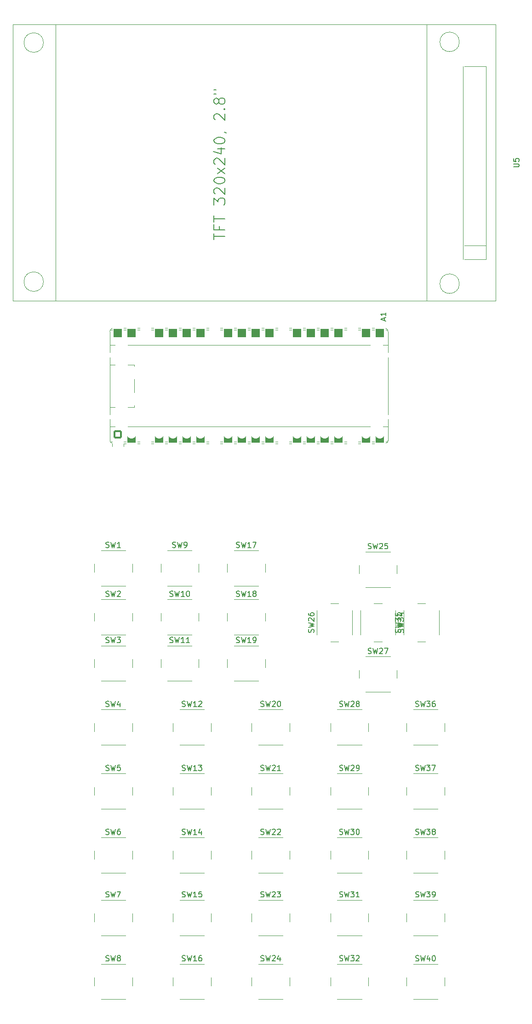
<source format=gto>
G04 #@! TF.GenerationSoftware,KiCad,Pcbnew,9.0.3-9.0.3-0~ubuntu24.04.1*
G04 #@! TF.CreationDate,2025-09-17T21:15:32+02:00*
G04 #@! TF.ProjectId,PCB_ SEPARATED,5043425f-2053-4455-9041-52415445442e,rev?*
G04 #@! TF.SameCoordinates,Original*
G04 #@! TF.FileFunction,Legend,Top*
G04 #@! TF.FilePolarity,Positive*
%FSLAX46Y46*%
G04 Gerber Fmt 4.6, Leading zero omitted, Abs format (unit mm)*
G04 Created by KiCad (PCBNEW 9.0.3-9.0.3-0~ubuntu24.04.1) date 2025-09-17 21:15:32*
%MOMM*%
%LPD*%
G01*
G04 APERTURE LIST*
G04 Aperture macros list*
%AMRoundRect*
0 Rectangle with rounded corners*
0 $1 Rounding radius*
0 $2 $3 $4 $5 $6 $7 $8 $9 X,Y pos of 4 corners*
0 Add a 4 corners polygon primitive as box body*
4,1,4,$2,$3,$4,$5,$6,$7,$8,$9,$2,$3,0*
0 Add four circle primitives for the rounded corners*
1,1,$1+$1,$2,$3*
1,1,$1+$1,$4,$5*
1,1,$1+$1,$6,$7*
1,1,$1+$1,$8,$9*
0 Add four rect primitives between the rounded corners*
20,1,$1+$1,$2,$3,$4,$5,0*
20,1,$1+$1,$4,$5,$6,$7,0*
20,1,$1+$1,$6,$7,$8,$9,0*
20,1,$1+$1,$8,$9,$2,$3,0*%
%AMFreePoly0*
4,1,37,0.800000,0.796148,0.878414,0.796148,1.032228,0.765552,1.177117,0.705537,1.307515,0.618408,1.418408,0.507515,1.505537,0.377117,1.565552,0.232228,1.596148,0.078414,1.596148,-0.078414,1.565552,-0.232228,1.505537,-0.377117,1.418408,-0.507515,1.307515,-0.618408,1.177117,-0.705537,1.032228,-0.765552,0.878414,-0.796148,0.800000,-0.796148,0.800000,-0.800000,-1.400000,-0.800000,
-1.403843,-0.796157,-1.439018,-0.796157,-1.511114,-0.766294,-1.566294,-0.711114,-1.596157,-0.639018,-1.596157,-0.603843,-1.600000,-0.600000,-1.600000,0.600000,-1.596157,0.603843,-1.596157,0.639018,-1.566294,0.711114,-1.511114,0.766294,-1.439018,0.796157,-1.403843,0.796157,-1.400000,0.800000,0.800000,0.800000,0.800000,0.796148,0.800000,0.796148,$1*%
%AMFreePoly1*
4,1,37,1.403843,0.796157,1.439018,0.796157,1.511114,0.766294,1.566294,0.711114,1.596157,0.639018,1.596157,0.603843,1.600000,0.600000,1.600000,-0.600000,1.596157,-0.603843,1.596157,-0.639018,1.566294,-0.711114,1.511114,-0.766294,1.439018,-0.796157,1.403843,-0.796157,1.400000,-0.800000,-0.800000,-0.800000,-0.800000,-0.796148,-0.878414,-0.796148,-1.032228,-0.765552,-1.177117,-0.705537,
-1.307515,-0.618408,-1.418408,-0.507515,-1.505537,-0.377117,-1.565552,-0.232228,-1.596148,-0.078414,-1.596148,0.078414,-1.565552,0.232228,-1.505537,0.377117,-1.418408,0.507515,-1.307515,0.618408,-1.177117,0.705537,-1.032228,0.765552,-0.878414,0.796148,-0.800000,0.796148,-0.800000,0.800000,1.400000,0.800000,1.403843,0.796157,1.403843,0.796157,$1*%
%AMFreePoly2*
4,1,37,0.603843,0.796157,0.639018,0.796157,0.711114,0.766294,0.766294,0.711114,0.796157,0.639018,0.796157,0.603843,0.800000,0.600000,0.800000,-0.600000,0.796157,-0.603843,0.796157,-0.639018,0.766294,-0.711114,0.711114,-0.766294,0.639018,-0.796157,0.603843,-0.796157,0.600000,-0.800000,0.000000,-0.800000,0.000000,-0.796148,-0.078414,-0.796148,-0.232228,-0.765552,-0.377117,-0.705537,
-0.507515,-0.618408,-0.618408,-0.507515,-0.705537,-0.377117,-0.765552,-0.232228,-0.796148,-0.078414,-0.796148,0.078414,-0.765552,0.232228,-0.705537,0.377117,-0.618408,0.507515,-0.507515,0.618408,-0.377117,0.705537,-0.232228,0.765552,-0.078414,0.796148,0.000000,0.796148,0.000000,0.800000,0.600000,0.800000,0.603843,0.796157,0.603843,0.796157,$1*%
%AMFreePoly3*
4,1,37,0.000000,0.796148,0.078414,0.796148,0.232228,0.765552,0.377117,0.705537,0.507515,0.618408,0.618408,0.507515,0.705537,0.377117,0.765552,0.232228,0.796148,0.078414,0.796148,-0.078414,0.765552,-0.232228,0.705537,-0.377117,0.618408,-0.507515,0.507515,-0.618408,0.377117,-0.705537,0.232228,-0.765552,0.078414,-0.796148,0.000000,-0.796148,0.000000,-0.800000,-0.600000,-0.800000,
-0.603843,-0.796157,-0.639018,-0.796157,-0.711114,-0.766294,-0.766294,-0.711114,-0.796157,-0.639018,-0.796157,-0.603843,-0.800000,-0.600000,-0.800000,0.600000,-0.796157,0.603843,-0.796157,0.639018,-0.766294,0.711114,-0.711114,0.766294,-0.639018,0.796157,-0.603843,0.796157,-0.600000,0.800000,0.000000,0.800000,0.000000,0.796148,0.000000,0.796148,$1*%
G04 Aperture macros list end*
%ADD10C,0.150000*%
%ADD11C,0.120000*%
%ADD12C,2.000000*%
%ADD13C,2.200000*%
%ADD14C,1.850000*%
%ADD15FreePoly0,90.000000*%
%ADD16RoundRect,0.200000X0.600000X-0.600000X0.600000X0.600000X-0.600000X0.600000X-0.600000X-0.600000X0*%
%ADD17RoundRect,0.800000X0.000010X-0.800000X0.000010X0.800000X-0.000010X0.800000X-0.000010X-0.800000X0*%
%ADD18C,1.600000*%
%ADD19FreePoly1,90.000000*%
%ADD20FreePoly2,90.000000*%
%ADD21FreePoly3,90.000000*%
%ADD22O,3.000000X1.500000*%
G04 APERTURE END LIST*
D10*
X116150476Y-178907200D02*
X116293333Y-178954819D01*
X116293333Y-178954819D02*
X116531428Y-178954819D01*
X116531428Y-178954819D02*
X116626666Y-178907200D01*
X116626666Y-178907200D02*
X116674285Y-178859580D01*
X116674285Y-178859580D02*
X116721904Y-178764342D01*
X116721904Y-178764342D02*
X116721904Y-178669104D01*
X116721904Y-178669104D02*
X116674285Y-178573866D01*
X116674285Y-178573866D02*
X116626666Y-178526247D01*
X116626666Y-178526247D02*
X116531428Y-178478628D01*
X116531428Y-178478628D02*
X116340952Y-178431009D01*
X116340952Y-178431009D02*
X116245714Y-178383390D01*
X116245714Y-178383390D02*
X116198095Y-178335771D01*
X116198095Y-178335771D02*
X116150476Y-178240533D01*
X116150476Y-178240533D02*
X116150476Y-178145295D01*
X116150476Y-178145295D02*
X116198095Y-178050057D01*
X116198095Y-178050057D02*
X116245714Y-178002438D01*
X116245714Y-178002438D02*
X116340952Y-177954819D01*
X116340952Y-177954819D02*
X116579047Y-177954819D01*
X116579047Y-177954819D02*
X116721904Y-178002438D01*
X117055238Y-177954819D02*
X117293333Y-178954819D01*
X117293333Y-178954819D02*
X117483809Y-178240533D01*
X117483809Y-178240533D02*
X117674285Y-178954819D01*
X117674285Y-178954819D02*
X117912381Y-177954819D01*
X118198095Y-177954819D02*
X118817142Y-177954819D01*
X118817142Y-177954819D02*
X118483809Y-178335771D01*
X118483809Y-178335771D02*
X118626666Y-178335771D01*
X118626666Y-178335771D02*
X118721904Y-178383390D01*
X118721904Y-178383390D02*
X118769523Y-178431009D01*
X118769523Y-178431009D02*
X118817142Y-178526247D01*
X118817142Y-178526247D02*
X118817142Y-178764342D01*
X118817142Y-178764342D02*
X118769523Y-178859580D01*
X118769523Y-178859580D02*
X118721904Y-178907200D01*
X118721904Y-178907200D02*
X118626666Y-178954819D01*
X118626666Y-178954819D02*
X118340952Y-178954819D01*
X118340952Y-178954819D02*
X118245714Y-178907200D01*
X118245714Y-178907200D02*
X118198095Y-178859580D01*
X119293333Y-178954819D02*
X119483809Y-178954819D01*
X119483809Y-178954819D02*
X119579047Y-178907200D01*
X119579047Y-178907200D02*
X119626666Y-178859580D01*
X119626666Y-178859580D02*
X119721904Y-178716723D01*
X119721904Y-178716723D02*
X119769523Y-178526247D01*
X119769523Y-178526247D02*
X119769523Y-178145295D01*
X119769523Y-178145295D02*
X119721904Y-178050057D01*
X119721904Y-178050057D02*
X119674285Y-178002438D01*
X119674285Y-178002438D02*
X119579047Y-177954819D01*
X119579047Y-177954819D02*
X119388571Y-177954819D01*
X119388571Y-177954819D02*
X119293333Y-178002438D01*
X119293333Y-178002438D02*
X119245714Y-178050057D01*
X119245714Y-178050057D02*
X119198095Y-178145295D01*
X119198095Y-178145295D02*
X119198095Y-178383390D01*
X119198095Y-178383390D02*
X119245714Y-178478628D01*
X119245714Y-178478628D02*
X119293333Y-178526247D01*
X119293333Y-178526247D02*
X119388571Y-178573866D01*
X119388571Y-178573866D02*
X119579047Y-178573866D01*
X119579047Y-178573866D02*
X119674285Y-178526247D01*
X119674285Y-178526247D02*
X119721904Y-178478628D01*
X119721904Y-178478628D02*
X119769523Y-178383390D01*
X102150476Y-167407200D02*
X102293333Y-167454819D01*
X102293333Y-167454819D02*
X102531428Y-167454819D01*
X102531428Y-167454819D02*
X102626666Y-167407200D01*
X102626666Y-167407200D02*
X102674285Y-167359580D01*
X102674285Y-167359580D02*
X102721904Y-167264342D01*
X102721904Y-167264342D02*
X102721904Y-167169104D01*
X102721904Y-167169104D02*
X102674285Y-167073866D01*
X102674285Y-167073866D02*
X102626666Y-167026247D01*
X102626666Y-167026247D02*
X102531428Y-166978628D01*
X102531428Y-166978628D02*
X102340952Y-166931009D01*
X102340952Y-166931009D02*
X102245714Y-166883390D01*
X102245714Y-166883390D02*
X102198095Y-166835771D01*
X102198095Y-166835771D02*
X102150476Y-166740533D01*
X102150476Y-166740533D02*
X102150476Y-166645295D01*
X102150476Y-166645295D02*
X102198095Y-166550057D01*
X102198095Y-166550057D02*
X102245714Y-166502438D01*
X102245714Y-166502438D02*
X102340952Y-166454819D01*
X102340952Y-166454819D02*
X102579047Y-166454819D01*
X102579047Y-166454819D02*
X102721904Y-166502438D01*
X103055238Y-166454819D02*
X103293333Y-167454819D01*
X103293333Y-167454819D02*
X103483809Y-166740533D01*
X103483809Y-166740533D02*
X103674285Y-167454819D01*
X103674285Y-167454819D02*
X103912381Y-166454819D01*
X104198095Y-166454819D02*
X104817142Y-166454819D01*
X104817142Y-166454819D02*
X104483809Y-166835771D01*
X104483809Y-166835771D02*
X104626666Y-166835771D01*
X104626666Y-166835771D02*
X104721904Y-166883390D01*
X104721904Y-166883390D02*
X104769523Y-166931009D01*
X104769523Y-166931009D02*
X104817142Y-167026247D01*
X104817142Y-167026247D02*
X104817142Y-167264342D01*
X104817142Y-167264342D02*
X104769523Y-167359580D01*
X104769523Y-167359580D02*
X104721904Y-167407200D01*
X104721904Y-167407200D02*
X104626666Y-167454819D01*
X104626666Y-167454819D02*
X104340952Y-167454819D01*
X104340952Y-167454819D02*
X104245714Y-167407200D01*
X104245714Y-167407200D02*
X104198095Y-167359580D01*
X105436190Y-166454819D02*
X105531428Y-166454819D01*
X105531428Y-166454819D02*
X105626666Y-166502438D01*
X105626666Y-166502438D02*
X105674285Y-166550057D01*
X105674285Y-166550057D02*
X105721904Y-166645295D01*
X105721904Y-166645295D02*
X105769523Y-166835771D01*
X105769523Y-166835771D02*
X105769523Y-167073866D01*
X105769523Y-167073866D02*
X105721904Y-167264342D01*
X105721904Y-167264342D02*
X105674285Y-167359580D01*
X105674285Y-167359580D02*
X105626666Y-167407200D01*
X105626666Y-167407200D02*
X105531428Y-167454819D01*
X105531428Y-167454819D02*
X105436190Y-167454819D01*
X105436190Y-167454819D02*
X105340952Y-167407200D01*
X105340952Y-167407200D02*
X105293333Y-167359580D01*
X105293333Y-167359580D02*
X105245714Y-167264342D01*
X105245714Y-167264342D02*
X105198095Y-167073866D01*
X105198095Y-167073866D02*
X105198095Y-166835771D01*
X105198095Y-166835771D02*
X105245714Y-166645295D01*
X105245714Y-166645295D02*
X105293333Y-166550057D01*
X105293333Y-166550057D02*
X105340952Y-166502438D01*
X105340952Y-166502438D02*
X105436190Y-166454819D01*
X59126667Y-143907200D02*
X59269524Y-143954819D01*
X59269524Y-143954819D02*
X59507619Y-143954819D01*
X59507619Y-143954819D02*
X59602857Y-143907200D01*
X59602857Y-143907200D02*
X59650476Y-143859580D01*
X59650476Y-143859580D02*
X59698095Y-143764342D01*
X59698095Y-143764342D02*
X59698095Y-143669104D01*
X59698095Y-143669104D02*
X59650476Y-143573866D01*
X59650476Y-143573866D02*
X59602857Y-143526247D01*
X59602857Y-143526247D02*
X59507619Y-143478628D01*
X59507619Y-143478628D02*
X59317143Y-143431009D01*
X59317143Y-143431009D02*
X59221905Y-143383390D01*
X59221905Y-143383390D02*
X59174286Y-143335771D01*
X59174286Y-143335771D02*
X59126667Y-143240533D01*
X59126667Y-143240533D02*
X59126667Y-143145295D01*
X59126667Y-143145295D02*
X59174286Y-143050057D01*
X59174286Y-143050057D02*
X59221905Y-143002438D01*
X59221905Y-143002438D02*
X59317143Y-142954819D01*
X59317143Y-142954819D02*
X59555238Y-142954819D01*
X59555238Y-142954819D02*
X59698095Y-143002438D01*
X60031429Y-142954819D02*
X60269524Y-143954819D01*
X60269524Y-143954819D02*
X60460000Y-143240533D01*
X60460000Y-143240533D02*
X60650476Y-143954819D01*
X60650476Y-143954819D02*
X60888572Y-142954819D01*
X61698095Y-143288152D02*
X61698095Y-143954819D01*
X61460000Y-142907200D02*
X61221905Y-143621485D01*
X61221905Y-143621485D02*
X61840952Y-143621485D01*
X97367200Y-130309523D02*
X97414819Y-130166666D01*
X97414819Y-130166666D02*
X97414819Y-129928571D01*
X97414819Y-129928571D02*
X97367200Y-129833333D01*
X97367200Y-129833333D02*
X97319580Y-129785714D01*
X97319580Y-129785714D02*
X97224342Y-129738095D01*
X97224342Y-129738095D02*
X97129104Y-129738095D01*
X97129104Y-129738095D02*
X97033866Y-129785714D01*
X97033866Y-129785714D02*
X96986247Y-129833333D01*
X96986247Y-129833333D02*
X96938628Y-129928571D01*
X96938628Y-129928571D02*
X96891009Y-130119047D01*
X96891009Y-130119047D02*
X96843390Y-130214285D01*
X96843390Y-130214285D02*
X96795771Y-130261904D01*
X96795771Y-130261904D02*
X96700533Y-130309523D01*
X96700533Y-130309523D02*
X96605295Y-130309523D01*
X96605295Y-130309523D02*
X96510057Y-130261904D01*
X96510057Y-130261904D02*
X96462438Y-130214285D01*
X96462438Y-130214285D02*
X96414819Y-130119047D01*
X96414819Y-130119047D02*
X96414819Y-129880952D01*
X96414819Y-129880952D02*
X96462438Y-129738095D01*
X96414819Y-129404761D02*
X97414819Y-129166666D01*
X97414819Y-129166666D02*
X96700533Y-128976190D01*
X96700533Y-128976190D02*
X97414819Y-128785714D01*
X97414819Y-128785714D02*
X96414819Y-128547619D01*
X96510057Y-128214285D02*
X96462438Y-128166666D01*
X96462438Y-128166666D02*
X96414819Y-128071428D01*
X96414819Y-128071428D02*
X96414819Y-127833333D01*
X96414819Y-127833333D02*
X96462438Y-127738095D01*
X96462438Y-127738095D02*
X96510057Y-127690476D01*
X96510057Y-127690476D02*
X96605295Y-127642857D01*
X96605295Y-127642857D02*
X96700533Y-127642857D01*
X96700533Y-127642857D02*
X96843390Y-127690476D01*
X96843390Y-127690476D02*
X97414819Y-128261904D01*
X97414819Y-128261904D02*
X97414819Y-127642857D01*
X96414819Y-126785714D02*
X96414819Y-126976190D01*
X96414819Y-126976190D02*
X96462438Y-127071428D01*
X96462438Y-127071428D02*
X96510057Y-127119047D01*
X96510057Y-127119047D02*
X96652914Y-127214285D01*
X96652914Y-127214285D02*
X96843390Y-127261904D01*
X96843390Y-127261904D02*
X97224342Y-127261904D01*
X97224342Y-127261904D02*
X97319580Y-127214285D01*
X97319580Y-127214285D02*
X97367200Y-127166666D01*
X97367200Y-127166666D02*
X97414819Y-127071428D01*
X97414819Y-127071428D02*
X97414819Y-126880952D01*
X97414819Y-126880952D02*
X97367200Y-126785714D01*
X97367200Y-126785714D02*
X97319580Y-126738095D01*
X97319580Y-126738095D02*
X97224342Y-126690476D01*
X97224342Y-126690476D02*
X96986247Y-126690476D01*
X96986247Y-126690476D02*
X96891009Y-126738095D01*
X96891009Y-126738095D02*
X96843390Y-126785714D01*
X96843390Y-126785714D02*
X96795771Y-126880952D01*
X96795771Y-126880952D02*
X96795771Y-127071428D01*
X96795771Y-127071428D02*
X96843390Y-127166666D01*
X96843390Y-127166666D02*
X96891009Y-127214285D01*
X96891009Y-127214285D02*
X96986247Y-127261904D01*
X107400476Y-114907200D02*
X107543333Y-114954819D01*
X107543333Y-114954819D02*
X107781428Y-114954819D01*
X107781428Y-114954819D02*
X107876666Y-114907200D01*
X107876666Y-114907200D02*
X107924285Y-114859580D01*
X107924285Y-114859580D02*
X107971904Y-114764342D01*
X107971904Y-114764342D02*
X107971904Y-114669104D01*
X107971904Y-114669104D02*
X107924285Y-114573866D01*
X107924285Y-114573866D02*
X107876666Y-114526247D01*
X107876666Y-114526247D02*
X107781428Y-114478628D01*
X107781428Y-114478628D02*
X107590952Y-114431009D01*
X107590952Y-114431009D02*
X107495714Y-114383390D01*
X107495714Y-114383390D02*
X107448095Y-114335771D01*
X107448095Y-114335771D02*
X107400476Y-114240533D01*
X107400476Y-114240533D02*
X107400476Y-114145295D01*
X107400476Y-114145295D02*
X107448095Y-114050057D01*
X107448095Y-114050057D02*
X107495714Y-114002438D01*
X107495714Y-114002438D02*
X107590952Y-113954819D01*
X107590952Y-113954819D02*
X107829047Y-113954819D01*
X107829047Y-113954819D02*
X107971904Y-114002438D01*
X108305238Y-113954819D02*
X108543333Y-114954819D01*
X108543333Y-114954819D02*
X108733809Y-114240533D01*
X108733809Y-114240533D02*
X108924285Y-114954819D01*
X108924285Y-114954819D02*
X109162381Y-113954819D01*
X109495714Y-114050057D02*
X109543333Y-114002438D01*
X109543333Y-114002438D02*
X109638571Y-113954819D01*
X109638571Y-113954819D02*
X109876666Y-113954819D01*
X109876666Y-113954819D02*
X109971904Y-114002438D01*
X109971904Y-114002438D02*
X110019523Y-114050057D01*
X110019523Y-114050057D02*
X110067142Y-114145295D01*
X110067142Y-114145295D02*
X110067142Y-114240533D01*
X110067142Y-114240533D02*
X110019523Y-114383390D01*
X110019523Y-114383390D02*
X109448095Y-114954819D01*
X109448095Y-114954819D02*
X110067142Y-114954819D01*
X110971904Y-113954819D02*
X110495714Y-113954819D01*
X110495714Y-113954819D02*
X110448095Y-114431009D01*
X110448095Y-114431009D02*
X110495714Y-114383390D01*
X110495714Y-114383390D02*
X110590952Y-114335771D01*
X110590952Y-114335771D02*
X110829047Y-114335771D01*
X110829047Y-114335771D02*
X110924285Y-114383390D01*
X110924285Y-114383390D02*
X110971904Y-114431009D01*
X110971904Y-114431009D02*
X111019523Y-114526247D01*
X111019523Y-114526247D02*
X111019523Y-114764342D01*
X111019523Y-114764342D02*
X110971904Y-114859580D01*
X110971904Y-114859580D02*
X110924285Y-114907200D01*
X110924285Y-114907200D02*
X110829047Y-114954819D01*
X110829047Y-114954819D02*
X110590952Y-114954819D01*
X110590952Y-114954819D02*
X110495714Y-114907200D01*
X110495714Y-114907200D02*
X110448095Y-114859580D01*
X102150476Y-143907200D02*
X102293333Y-143954819D01*
X102293333Y-143954819D02*
X102531428Y-143954819D01*
X102531428Y-143954819D02*
X102626666Y-143907200D01*
X102626666Y-143907200D02*
X102674285Y-143859580D01*
X102674285Y-143859580D02*
X102721904Y-143764342D01*
X102721904Y-143764342D02*
X102721904Y-143669104D01*
X102721904Y-143669104D02*
X102674285Y-143573866D01*
X102674285Y-143573866D02*
X102626666Y-143526247D01*
X102626666Y-143526247D02*
X102531428Y-143478628D01*
X102531428Y-143478628D02*
X102340952Y-143431009D01*
X102340952Y-143431009D02*
X102245714Y-143383390D01*
X102245714Y-143383390D02*
X102198095Y-143335771D01*
X102198095Y-143335771D02*
X102150476Y-143240533D01*
X102150476Y-143240533D02*
X102150476Y-143145295D01*
X102150476Y-143145295D02*
X102198095Y-143050057D01*
X102198095Y-143050057D02*
X102245714Y-143002438D01*
X102245714Y-143002438D02*
X102340952Y-142954819D01*
X102340952Y-142954819D02*
X102579047Y-142954819D01*
X102579047Y-142954819D02*
X102721904Y-143002438D01*
X103055238Y-142954819D02*
X103293333Y-143954819D01*
X103293333Y-143954819D02*
X103483809Y-143240533D01*
X103483809Y-143240533D02*
X103674285Y-143954819D01*
X103674285Y-143954819D02*
X103912381Y-142954819D01*
X104245714Y-143050057D02*
X104293333Y-143002438D01*
X104293333Y-143002438D02*
X104388571Y-142954819D01*
X104388571Y-142954819D02*
X104626666Y-142954819D01*
X104626666Y-142954819D02*
X104721904Y-143002438D01*
X104721904Y-143002438D02*
X104769523Y-143050057D01*
X104769523Y-143050057D02*
X104817142Y-143145295D01*
X104817142Y-143145295D02*
X104817142Y-143240533D01*
X104817142Y-143240533D02*
X104769523Y-143383390D01*
X104769523Y-143383390D02*
X104198095Y-143954819D01*
X104198095Y-143954819D02*
X104817142Y-143954819D01*
X105388571Y-143383390D02*
X105293333Y-143335771D01*
X105293333Y-143335771D02*
X105245714Y-143288152D01*
X105245714Y-143288152D02*
X105198095Y-143192914D01*
X105198095Y-143192914D02*
X105198095Y-143145295D01*
X105198095Y-143145295D02*
X105245714Y-143050057D01*
X105245714Y-143050057D02*
X105293333Y-143002438D01*
X105293333Y-143002438D02*
X105388571Y-142954819D01*
X105388571Y-142954819D02*
X105579047Y-142954819D01*
X105579047Y-142954819D02*
X105674285Y-143002438D01*
X105674285Y-143002438D02*
X105721904Y-143050057D01*
X105721904Y-143050057D02*
X105769523Y-143145295D01*
X105769523Y-143145295D02*
X105769523Y-143192914D01*
X105769523Y-143192914D02*
X105721904Y-143288152D01*
X105721904Y-143288152D02*
X105674285Y-143335771D01*
X105674285Y-143335771D02*
X105579047Y-143383390D01*
X105579047Y-143383390D02*
X105388571Y-143383390D01*
X105388571Y-143383390D02*
X105293333Y-143431009D01*
X105293333Y-143431009D02*
X105245714Y-143478628D01*
X105245714Y-143478628D02*
X105198095Y-143573866D01*
X105198095Y-143573866D02*
X105198095Y-143764342D01*
X105198095Y-143764342D02*
X105245714Y-143859580D01*
X105245714Y-143859580D02*
X105293333Y-143907200D01*
X105293333Y-143907200D02*
X105388571Y-143954819D01*
X105388571Y-143954819D02*
X105579047Y-143954819D01*
X105579047Y-143954819D02*
X105674285Y-143907200D01*
X105674285Y-143907200D02*
X105721904Y-143859580D01*
X105721904Y-143859580D02*
X105769523Y-143764342D01*
X105769523Y-143764342D02*
X105769523Y-143573866D01*
X105769523Y-143573866D02*
X105721904Y-143478628D01*
X105721904Y-143478628D02*
X105674285Y-143431009D01*
X105674285Y-143431009D02*
X105579047Y-143383390D01*
X70900476Y-132157200D02*
X71043333Y-132204819D01*
X71043333Y-132204819D02*
X71281428Y-132204819D01*
X71281428Y-132204819D02*
X71376666Y-132157200D01*
X71376666Y-132157200D02*
X71424285Y-132109580D01*
X71424285Y-132109580D02*
X71471904Y-132014342D01*
X71471904Y-132014342D02*
X71471904Y-131919104D01*
X71471904Y-131919104D02*
X71424285Y-131823866D01*
X71424285Y-131823866D02*
X71376666Y-131776247D01*
X71376666Y-131776247D02*
X71281428Y-131728628D01*
X71281428Y-131728628D02*
X71090952Y-131681009D01*
X71090952Y-131681009D02*
X70995714Y-131633390D01*
X70995714Y-131633390D02*
X70948095Y-131585771D01*
X70948095Y-131585771D02*
X70900476Y-131490533D01*
X70900476Y-131490533D02*
X70900476Y-131395295D01*
X70900476Y-131395295D02*
X70948095Y-131300057D01*
X70948095Y-131300057D02*
X70995714Y-131252438D01*
X70995714Y-131252438D02*
X71090952Y-131204819D01*
X71090952Y-131204819D02*
X71329047Y-131204819D01*
X71329047Y-131204819D02*
X71471904Y-131252438D01*
X71805238Y-131204819D02*
X72043333Y-132204819D01*
X72043333Y-132204819D02*
X72233809Y-131490533D01*
X72233809Y-131490533D02*
X72424285Y-132204819D01*
X72424285Y-132204819D02*
X72662381Y-131204819D01*
X73567142Y-132204819D02*
X72995714Y-132204819D01*
X73281428Y-132204819D02*
X73281428Y-131204819D01*
X73281428Y-131204819D02*
X73186190Y-131347676D01*
X73186190Y-131347676D02*
X73090952Y-131442914D01*
X73090952Y-131442914D02*
X72995714Y-131490533D01*
X74519523Y-132204819D02*
X73948095Y-132204819D01*
X74233809Y-132204819D02*
X74233809Y-131204819D01*
X74233809Y-131204819D02*
X74138571Y-131347676D01*
X74138571Y-131347676D02*
X74043333Y-131442914D01*
X74043333Y-131442914D02*
X73948095Y-131490533D01*
X59126667Y-155657200D02*
X59269524Y-155704819D01*
X59269524Y-155704819D02*
X59507619Y-155704819D01*
X59507619Y-155704819D02*
X59602857Y-155657200D01*
X59602857Y-155657200D02*
X59650476Y-155609580D01*
X59650476Y-155609580D02*
X59698095Y-155514342D01*
X59698095Y-155514342D02*
X59698095Y-155419104D01*
X59698095Y-155419104D02*
X59650476Y-155323866D01*
X59650476Y-155323866D02*
X59602857Y-155276247D01*
X59602857Y-155276247D02*
X59507619Y-155228628D01*
X59507619Y-155228628D02*
X59317143Y-155181009D01*
X59317143Y-155181009D02*
X59221905Y-155133390D01*
X59221905Y-155133390D02*
X59174286Y-155085771D01*
X59174286Y-155085771D02*
X59126667Y-154990533D01*
X59126667Y-154990533D02*
X59126667Y-154895295D01*
X59126667Y-154895295D02*
X59174286Y-154800057D01*
X59174286Y-154800057D02*
X59221905Y-154752438D01*
X59221905Y-154752438D02*
X59317143Y-154704819D01*
X59317143Y-154704819D02*
X59555238Y-154704819D01*
X59555238Y-154704819D02*
X59698095Y-154752438D01*
X60031429Y-154704819D02*
X60269524Y-155704819D01*
X60269524Y-155704819D02*
X60460000Y-154990533D01*
X60460000Y-154990533D02*
X60650476Y-155704819D01*
X60650476Y-155704819D02*
X60888572Y-154704819D01*
X61745714Y-154704819D02*
X61269524Y-154704819D01*
X61269524Y-154704819D02*
X61221905Y-155181009D01*
X61221905Y-155181009D02*
X61269524Y-155133390D01*
X61269524Y-155133390D02*
X61364762Y-155085771D01*
X61364762Y-155085771D02*
X61602857Y-155085771D01*
X61602857Y-155085771D02*
X61698095Y-155133390D01*
X61698095Y-155133390D02*
X61745714Y-155181009D01*
X61745714Y-155181009D02*
X61793333Y-155276247D01*
X61793333Y-155276247D02*
X61793333Y-155514342D01*
X61793333Y-155514342D02*
X61745714Y-155609580D01*
X61745714Y-155609580D02*
X61698095Y-155657200D01*
X61698095Y-155657200D02*
X61602857Y-155704819D01*
X61602857Y-155704819D02*
X61364762Y-155704819D01*
X61364762Y-155704819D02*
X61269524Y-155657200D01*
X61269524Y-155657200D02*
X61221905Y-155609580D01*
X73150476Y-178907200D02*
X73293333Y-178954819D01*
X73293333Y-178954819D02*
X73531428Y-178954819D01*
X73531428Y-178954819D02*
X73626666Y-178907200D01*
X73626666Y-178907200D02*
X73674285Y-178859580D01*
X73674285Y-178859580D02*
X73721904Y-178764342D01*
X73721904Y-178764342D02*
X73721904Y-178669104D01*
X73721904Y-178669104D02*
X73674285Y-178573866D01*
X73674285Y-178573866D02*
X73626666Y-178526247D01*
X73626666Y-178526247D02*
X73531428Y-178478628D01*
X73531428Y-178478628D02*
X73340952Y-178431009D01*
X73340952Y-178431009D02*
X73245714Y-178383390D01*
X73245714Y-178383390D02*
X73198095Y-178335771D01*
X73198095Y-178335771D02*
X73150476Y-178240533D01*
X73150476Y-178240533D02*
X73150476Y-178145295D01*
X73150476Y-178145295D02*
X73198095Y-178050057D01*
X73198095Y-178050057D02*
X73245714Y-178002438D01*
X73245714Y-178002438D02*
X73340952Y-177954819D01*
X73340952Y-177954819D02*
X73579047Y-177954819D01*
X73579047Y-177954819D02*
X73721904Y-178002438D01*
X74055238Y-177954819D02*
X74293333Y-178954819D01*
X74293333Y-178954819D02*
X74483809Y-178240533D01*
X74483809Y-178240533D02*
X74674285Y-178954819D01*
X74674285Y-178954819D02*
X74912381Y-177954819D01*
X75817142Y-178954819D02*
X75245714Y-178954819D01*
X75531428Y-178954819D02*
X75531428Y-177954819D01*
X75531428Y-177954819D02*
X75436190Y-178097676D01*
X75436190Y-178097676D02*
X75340952Y-178192914D01*
X75340952Y-178192914D02*
X75245714Y-178240533D01*
X76721904Y-177954819D02*
X76245714Y-177954819D01*
X76245714Y-177954819D02*
X76198095Y-178431009D01*
X76198095Y-178431009D02*
X76245714Y-178383390D01*
X76245714Y-178383390D02*
X76340952Y-178335771D01*
X76340952Y-178335771D02*
X76579047Y-178335771D01*
X76579047Y-178335771D02*
X76674285Y-178383390D01*
X76674285Y-178383390D02*
X76721904Y-178431009D01*
X76721904Y-178431009D02*
X76769523Y-178526247D01*
X76769523Y-178526247D02*
X76769523Y-178764342D01*
X76769523Y-178764342D02*
X76721904Y-178859580D01*
X76721904Y-178859580D02*
X76674285Y-178907200D01*
X76674285Y-178907200D02*
X76579047Y-178954819D01*
X76579047Y-178954819D02*
X76340952Y-178954819D01*
X76340952Y-178954819D02*
X76245714Y-178907200D01*
X76245714Y-178907200D02*
X76198095Y-178859580D01*
X87650476Y-178907200D02*
X87793333Y-178954819D01*
X87793333Y-178954819D02*
X88031428Y-178954819D01*
X88031428Y-178954819D02*
X88126666Y-178907200D01*
X88126666Y-178907200D02*
X88174285Y-178859580D01*
X88174285Y-178859580D02*
X88221904Y-178764342D01*
X88221904Y-178764342D02*
X88221904Y-178669104D01*
X88221904Y-178669104D02*
X88174285Y-178573866D01*
X88174285Y-178573866D02*
X88126666Y-178526247D01*
X88126666Y-178526247D02*
X88031428Y-178478628D01*
X88031428Y-178478628D02*
X87840952Y-178431009D01*
X87840952Y-178431009D02*
X87745714Y-178383390D01*
X87745714Y-178383390D02*
X87698095Y-178335771D01*
X87698095Y-178335771D02*
X87650476Y-178240533D01*
X87650476Y-178240533D02*
X87650476Y-178145295D01*
X87650476Y-178145295D02*
X87698095Y-178050057D01*
X87698095Y-178050057D02*
X87745714Y-178002438D01*
X87745714Y-178002438D02*
X87840952Y-177954819D01*
X87840952Y-177954819D02*
X88079047Y-177954819D01*
X88079047Y-177954819D02*
X88221904Y-178002438D01*
X88555238Y-177954819D02*
X88793333Y-178954819D01*
X88793333Y-178954819D02*
X88983809Y-178240533D01*
X88983809Y-178240533D02*
X89174285Y-178954819D01*
X89174285Y-178954819D02*
X89412381Y-177954819D01*
X89745714Y-178050057D02*
X89793333Y-178002438D01*
X89793333Y-178002438D02*
X89888571Y-177954819D01*
X89888571Y-177954819D02*
X90126666Y-177954819D01*
X90126666Y-177954819D02*
X90221904Y-178002438D01*
X90221904Y-178002438D02*
X90269523Y-178050057D01*
X90269523Y-178050057D02*
X90317142Y-178145295D01*
X90317142Y-178145295D02*
X90317142Y-178240533D01*
X90317142Y-178240533D02*
X90269523Y-178383390D01*
X90269523Y-178383390D02*
X89698095Y-178954819D01*
X89698095Y-178954819D02*
X90317142Y-178954819D01*
X90650476Y-177954819D02*
X91269523Y-177954819D01*
X91269523Y-177954819D02*
X90936190Y-178335771D01*
X90936190Y-178335771D02*
X91079047Y-178335771D01*
X91079047Y-178335771D02*
X91174285Y-178383390D01*
X91174285Y-178383390D02*
X91221904Y-178431009D01*
X91221904Y-178431009D02*
X91269523Y-178526247D01*
X91269523Y-178526247D02*
X91269523Y-178764342D01*
X91269523Y-178764342D02*
X91221904Y-178859580D01*
X91221904Y-178859580D02*
X91174285Y-178907200D01*
X91174285Y-178907200D02*
X91079047Y-178954819D01*
X91079047Y-178954819D02*
X90793333Y-178954819D01*
X90793333Y-178954819D02*
X90698095Y-178907200D01*
X90698095Y-178907200D02*
X90650476Y-178859580D01*
X59126667Y-190657200D02*
X59269524Y-190704819D01*
X59269524Y-190704819D02*
X59507619Y-190704819D01*
X59507619Y-190704819D02*
X59602857Y-190657200D01*
X59602857Y-190657200D02*
X59650476Y-190609580D01*
X59650476Y-190609580D02*
X59698095Y-190514342D01*
X59698095Y-190514342D02*
X59698095Y-190419104D01*
X59698095Y-190419104D02*
X59650476Y-190323866D01*
X59650476Y-190323866D02*
X59602857Y-190276247D01*
X59602857Y-190276247D02*
X59507619Y-190228628D01*
X59507619Y-190228628D02*
X59317143Y-190181009D01*
X59317143Y-190181009D02*
X59221905Y-190133390D01*
X59221905Y-190133390D02*
X59174286Y-190085771D01*
X59174286Y-190085771D02*
X59126667Y-189990533D01*
X59126667Y-189990533D02*
X59126667Y-189895295D01*
X59126667Y-189895295D02*
X59174286Y-189800057D01*
X59174286Y-189800057D02*
X59221905Y-189752438D01*
X59221905Y-189752438D02*
X59317143Y-189704819D01*
X59317143Y-189704819D02*
X59555238Y-189704819D01*
X59555238Y-189704819D02*
X59698095Y-189752438D01*
X60031429Y-189704819D02*
X60269524Y-190704819D01*
X60269524Y-190704819D02*
X60460000Y-189990533D01*
X60460000Y-189990533D02*
X60650476Y-190704819D01*
X60650476Y-190704819D02*
X60888572Y-189704819D01*
X61412381Y-190133390D02*
X61317143Y-190085771D01*
X61317143Y-190085771D02*
X61269524Y-190038152D01*
X61269524Y-190038152D02*
X61221905Y-189942914D01*
X61221905Y-189942914D02*
X61221905Y-189895295D01*
X61221905Y-189895295D02*
X61269524Y-189800057D01*
X61269524Y-189800057D02*
X61317143Y-189752438D01*
X61317143Y-189752438D02*
X61412381Y-189704819D01*
X61412381Y-189704819D02*
X61602857Y-189704819D01*
X61602857Y-189704819D02*
X61698095Y-189752438D01*
X61698095Y-189752438D02*
X61745714Y-189800057D01*
X61745714Y-189800057D02*
X61793333Y-189895295D01*
X61793333Y-189895295D02*
X61793333Y-189942914D01*
X61793333Y-189942914D02*
X61745714Y-190038152D01*
X61745714Y-190038152D02*
X61698095Y-190085771D01*
X61698095Y-190085771D02*
X61602857Y-190133390D01*
X61602857Y-190133390D02*
X61412381Y-190133390D01*
X61412381Y-190133390D02*
X61317143Y-190181009D01*
X61317143Y-190181009D02*
X61269524Y-190228628D01*
X61269524Y-190228628D02*
X61221905Y-190323866D01*
X61221905Y-190323866D02*
X61221905Y-190514342D01*
X61221905Y-190514342D02*
X61269524Y-190609580D01*
X61269524Y-190609580D02*
X61317143Y-190657200D01*
X61317143Y-190657200D02*
X61412381Y-190704819D01*
X61412381Y-190704819D02*
X61602857Y-190704819D01*
X61602857Y-190704819D02*
X61698095Y-190657200D01*
X61698095Y-190657200D02*
X61745714Y-190609580D01*
X61745714Y-190609580D02*
X61793333Y-190514342D01*
X61793333Y-190514342D02*
X61793333Y-190323866D01*
X61793333Y-190323866D02*
X61745714Y-190228628D01*
X61745714Y-190228628D02*
X61698095Y-190181009D01*
X61698095Y-190181009D02*
X61602857Y-190133390D01*
X87650476Y-143907200D02*
X87793333Y-143954819D01*
X87793333Y-143954819D02*
X88031428Y-143954819D01*
X88031428Y-143954819D02*
X88126666Y-143907200D01*
X88126666Y-143907200D02*
X88174285Y-143859580D01*
X88174285Y-143859580D02*
X88221904Y-143764342D01*
X88221904Y-143764342D02*
X88221904Y-143669104D01*
X88221904Y-143669104D02*
X88174285Y-143573866D01*
X88174285Y-143573866D02*
X88126666Y-143526247D01*
X88126666Y-143526247D02*
X88031428Y-143478628D01*
X88031428Y-143478628D02*
X87840952Y-143431009D01*
X87840952Y-143431009D02*
X87745714Y-143383390D01*
X87745714Y-143383390D02*
X87698095Y-143335771D01*
X87698095Y-143335771D02*
X87650476Y-143240533D01*
X87650476Y-143240533D02*
X87650476Y-143145295D01*
X87650476Y-143145295D02*
X87698095Y-143050057D01*
X87698095Y-143050057D02*
X87745714Y-143002438D01*
X87745714Y-143002438D02*
X87840952Y-142954819D01*
X87840952Y-142954819D02*
X88079047Y-142954819D01*
X88079047Y-142954819D02*
X88221904Y-143002438D01*
X88555238Y-142954819D02*
X88793333Y-143954819D01*
X88793333Y-143954819D02*
X88983809Y-143240533D01*
X88983809Y-143240533D02*
X89174285Y-143954819D01*
X89174285Y-143954819D02*
X89412381Y-142954819D01*
X89745714Y-143050057D02*
X89793333Y-143002438D01*
X89793333Y-143002438D02*
X89888571Y-142954819D01*
X89888571Y-142954819D02*
X90126666Y-142954819D01*
X90126666Y-142954819D02*
X90221904Y-143002438D01*
X90221904Y-143002438D02*
X90269523Y-143050057D01*
X90269523Y-143050057D02*
X90317142Y-143145295D01*
X90317142Y-143145295D02*
X90317142Y-143240533D01*
X90317142Y-143240533D02*
X90269523Y-143383390D01*
X90269523Y-143383390D02*
X89698095Y-143954819D01*
X89698095Y-143954819D02*
X90317142Y-143954819D01*
X90936190Y-142954819D02*
X91031428Y-142954819D01*
X91031428Y-142954819D02*
X91126666Y-143002438D01*
X91126666Y-143002438D02*
X91174285Y-143050057D01*
X91174285Y-143050057D02*
X91221904Y-143145295D01*
X91221904Y-143145295D02*
X91269523Y-143335771D01*
X91269523Y-143335771D02*
X91269523Y-143573866D01*
X91269523Y-143573866D02*
X91221904Y-143764342D01*
X91221904Y-143764342D02*
X91174285Y-143859580D01*
X91174285Y-143859580D02*
X91126666Y-143907200D01*
X91126666Y-143907200D02*
X91031428Y-143954819D01*
X91031428Y-143954819D02*
X90936190Y-143954819D01*
X90936190Y-143954819D02*
X90840952Y-143907200D01*
X90840952Y-143907200D02*
X90793333Y-143859580D01*
X90793333Y-143859580D02*
X90745714Y-143764342D01*
X90745714Y-143764342D02*
X90698095Y-143573866D01*
X90698095Y-143573866D02*
X90698095Y-143335771D01*
X90698095Y-143335771D02*
X90745714Y-143145295D01*
X90745714Y-143145295D02*
X90793333Y-143050057D01*
X90793333Y-143050057D02*
X90840952Y-143002438D01*
X90840952Y-143002438D02*
X90936190Y-142954819D01*
X83150476Y-123657200D02*
X83293333Y-123704819D01*
X83293333Y-123704819D02*
X83531428Y-123704819D01*
X83531428Y-123704819D02*
X83626666Y-123657200D01*
X83626666Y-123657200D02*
X83674285Y-123609580D01*
X83674285Y-123609580D02*
X83721904Y-123514342D01*
X83721904Y-123514342D02*
X83721904Y-123419104D01*
X83721904Y-123419104D02*
X83674285Y-123323866D01*
X83674285Y-123323866D02*
X83626666Y-123276247D01*
X83626666Y-123276247D02*
X83531428Y-123228628D01*
X83531428Y-123228628D02*
X83340952Y-123181009D01*
X83340952Y-123181009D02*
X83245714Y-123133390D01*
X83245714Y-123133390D02*
X83198095Y-123085771D01*
X83198095Y-123085771D02*
X83150476Y-122990533D01*
X83150476Y-122990533D02*
X83150476Y-122895295D01*
X83150476Y-122895295D02*
X83198095Y-122800057D01*
X83198095Y-122800057D02*
X83245714Y-122752438D01*
X83245714Y-122752438D02*
X83340952Y-122704819D01*
X83340952Y-122704819D02*
X83579047Y-122704819D01*
X83579047Y-122704819D02*
X83721904Y-122752438D01*
X84055238Y-122704819D02*
X84293333Y-123704819D01*
X84293333Y-123704819D02*
X84483809Y-122990533D01*
X84483809Y-122990533D02*
X84674285Y-123704819D01*
X84674285Y-123704819D02*
X84912381Y-122704819D01*
X85817142Y-123704819D02*
X85245714Y-123704819D01*
X85531428Y-123704819D02*
X85531428Y-122704819D01*
X85531428Y-122704819D02*
X85436190Y-122847676D01*
X85436190Y-122847676D02*
X85340952Y-122942914D01*
X85340952Y-122942914D02*
X85245714Y-122990533D01*
X86388571Y-123133390D02*
X86293333Y-123085771D01*
X86293333Y-123085771D02*
X86245714Y-123038152D01*
X86245714Y-123038152D02*
X86198095Y-122942914D01*
X86198095Y-122942914D02*
X86198095Y-122895295D01*
X86198095Y-122895295D02*
X86245714Y-122800057D01*
X86245714Y-122800057D02*
X86293333Y-122752438D01*
X86293333Y-122752438D02*
X86388571Y-122704819D01*
X86388571Y-122704819D02*
X86579047Y-122704819D01*
X86579047Y-122704819D02*
X86674285Y-122752438D01*
X86674285Y-122752438D02*
X86721904Y-122800057D01*
X86721904Y-122800057D02*
X86769523Y-122895295D01*
X86769523Y-122895295D02*
X86769523Y-122942914D01*
X86769523Y-122942914D02*
X86721904Y-123038152D01*
X86721904Y-123038152D02*
X86674285Y-123085771D01*
X86674285Y-123085771D02*
X86579047Y-123133390D01*
X86579047Y-123133390D02*
X86388571Y-123133390D01*
X86388571Y-123133390D02*
X86293333Y-123181009D01*
X86293333Y-123181009D02*
X86245714Y-123228628D01*
X86245714Y-123228628D02*
X86198095Y-123323866D01*
X86198095Y-123323866D02*
X86198095Y-123514342D01*
X86198095Y-123514342D02*
X86245714Y-123609580D01*
X86245714Y-123609580D02*
X86293333Y-123657200D01*
X86293333Y-123657200D02*
X86388571Y-123704819D01*
X86388571Y-123704819D02*
X86579047Y-123704819D01*
X86579047Y-123704819D02*
X86674285Y-123657200D01*
X86674285Y-123657200D02*
X86721904Y-123609580D01*
X86721904Y-123609580D02*
X86769523Y-123514342D01*
X86769523Y-123514342D02*
X86769523Y-123323866D01*
X86769523Y-123323866D02*
X86721904Y-123228628D01*
X86721904Y-123228628D02*
X86674285Y-123181009D01*
X86674285Y-123181009D02*
X86579047Y-123133390D01*
X73150476Y-155657200D02*
X73293333Y-155704819D01*
X73293333Y-155704819D02*
X73531428Y-155704819D01*
X73531428Y-155704819D02*
X73626666Y-155657200D01*
X73626666Y-155657200D02*
X73674285Y-155609580D01*
X73674285Y-155609580D02*
X73721904Y-155514342D01*
X73721904Y-155514342D02*
X73721904Y-155419104D01*
X73721904Y-155419104D02*
X73674285Y-155323866D01*
X73674285Y-155323866D02*
X73626666Y-155276247D01*
X73626666Y-155276247D02*
X73531428Y-155228628D01*
X73531428Y-155228628D02*
X73340952Y-155181009D01*
X73340952Y-155181009D02*
X73245714Y-155133390D01*
X73245714Y-155133390D02*
X73198095Y-155085771D01*
X73198095Y-155085771D02*
X73150476Y-154990533D01*
X73150476Y-154990533D02*
X73150476Y-154895295D01*
X73150476Y-154895295D02*
X73198095Y-154800057D01*
X73198095Y-154800057D02*
X73245714Y-154752438D01*
X73245714Y-154752438D02*
X73340952Y-154704819D01*
X73340952Y-154704819D02*
X73579047Y-154704819D01*
X73579047Y-154704819D02*
X73721904Y-154752438D01*
X74055238Y-154704819D02*
X74293333Y-155704819D01*
X74293333Y-155704819D02*
X74483809Y-154990533D01*
X74483809Y-154990533D02*
X74674285Y-155704819D01*
X74674285Y-155704819D02*
X74912381Y-154704819D01*
X75817142Y-155704819D02*
X75245714Y-155704819D01*
X75531428Y-155704819D02*
X75531428Y-154704819D01*
X75531428Y-154704819D02*
X75436190Y-154847676D01*
X75436190Y-154847676D02*
X75340952Y-154942914D01*
X75340952Y-154942914D02*
X75245714Y-154990533D01*
X76150476Y-154704819D02*
X76769523Y-154704819D01*
X76769523Y-154704819D02*
X76436190Y-155085771D01*
X76436190Y-155085771D02*
X76579047Y-155085771D01*
X76579047Y-155085771D02*
X76674285Y-155133390D01*
X76674285Y-155133390D02*
X76721904Y-155181009D01*
X76721904Y-155181009D02*
X76769523Y-155276247D01*
X76769523Y-155276247D02*
X76769523Y-155514342D01*
X76769523Y-155514342D02*
X76721904Y-155609580D01*
X76721904Y-155609580D02*
X76674285Y-155657200D01*
X76674285Y-155657200D02*
X76579047Y-155704819D01*
X76579047Y-155704819D02*
X76293333Y-155704819D01*
X76293333Y-155704819D02*
X76198095Y-155657200D01*
X76198095Y-155657200D02*
X76150476Y-155609580D01*
X87650476Y-155657200D02*
X87793333Y-155704819D01*
X87793333Y-155704819D02*
X88031428Y-155704819D01*
X88031428Y-155704819D02*
X88126666Y-155657200D01*
X88126666Y-155657200D02*
X88174285Y-155609580D01*
X88174285Y-155609580D02*
X88221904Y-155514342D01*
X88221904Y-155514342D02*
X88221904Y-155419104D01*
X88221904Y-155419104D02*
X88174285Y-155323866D01*
X88174285Y-155323866D02*
X88126666Y-155276247D01*
X88126666Y-155276247D02*
X88031428Y-155228628D01*
X88031428Y-155228628D02*
X87840952Y-155181009D01*
X87840952Y-155181009D02*
X87745714Y-155133390D01*
X87745714Y-155133390D02*
X87698095Y-155085771D01*
X87698095Y-155085771D02*
X87650476Y-154990533D01*
X87650476Y-154990533D02*
X87650476Y-154895295D01*
X87650476Y-154895295D02*
X87698095Y-154800057D01*
X87698095Y-154800057D02*
X87745714Y-154752438D01*
X87745714Y-154752438D02*
X87840952Y-154704819D01*
X87840952Y-154704819D02*
X88079047Y-154704819D01*
X88079047Y-154704819D02*
X88221904Y-154752438D01*
X88555238Y-154704819D02*
X88793333Y-155704819D01*
X88793333Y-155704819D02*
X88983809Y-154990533D01*
X88983809Y-154990533D02*
X89174285Y-155704819D01*
X89174285Y-155704819D02*
X89412381Y-154704819D01*
X89745714Y-154800057D02*
X89793333Y-154752438D01*
X89793333Y-154752438D02*
X89888571Y-154704819D01*
X89888571Y-154704819D02*
X90126666Y-154704819D01*
X90126666Y-154704819D02*
X90221904Y-154752438D01*
X90221904Y-154752438D02*
X90269523Y-154800057D01*
X90269523Y-154800057D02*
X90317142Y-154895295D01*
X90317142Y-154895295D02*
X90317142Y-154990533D01*
X90317142Y-154990533D02*
X90269523Y-155133390D01*
X90269523Y-155133390D02*
X89698095Y-155704819D01*
X89698095Y-155704819D02*
X90317142Y-155704819D01*
X91269523Y-155704819D02*
X90698095Y-155704819D01*
X90983809Y-155704819D02*
X90983809Y-154704819D01*
X90983809Y-154704819D02*
X90888571Y-154847676D01*
X90888571Y-154847676D02*
X90793333Y-154942914D01*
X90793333Y-154942914D02*
X90698095Y-154990533D01*
X87650476Y-190657200D02*
X87793333Y-190704819D01*
X87793333Y-190704819D02*
X88031428Y-190704819D01*
X88031428Y-190704819D02*
X88126666Y-190657200D01*
X88126666Y-190657200D02*
X88174285Y-190609580D01*
X88174285Y-190609580D02*
X88221904Y-190514342D01*
X88221904Y-190514342D02*
X88221904Y-190419104D01*
X88221904Y-190419104D02*
X88174285Y-190323866D01*
X88174285Y-190323866D02*
X88126666Y-190276247D01*
X88126666Y-190276247D02*
X88031428Y-190228628D01*
X88031428Y-190228628D02*
X87840952Y-190181009D01*
X87840952Y-190181009D02*
X87745714Y-190133390D01*
X87745714Y-190133390D02*
X87698095Y-190085771D01*
X87698095Y-190085771D02*
X87650476Y-189990533D01*
X87650476Y-189990533D02*
X87650476Y-189895295D01*
X87650476Y-189895295D02*
X87698095Y-189800057D01*
X87698095Y-189800057D02*
X87745714Y-189752438D01*
X87745714Y-189752438D02*
X87840952Y-189704819D01*
X87840952Y-189704819D02*
X88079047Y-189704819D01*
X88079047Y-189704819D02*
X88221904Y-189752438D01*
X88555238Y-189704819D02*
X88793333Y-190704819D01*
X88793333Y-190704819D02*
X88983809Y-189990533D01*
X88983809Y-189990533D02*
X89174285Y-190704819D01*
X89174285Y-190704819D02*
X89412381Y-189704819D01*
X89745714Y-189800057D02*
X89793333Y-189752438D01*
X89793333Y-189752438D02*
X89888571Y-189704819D01*
X89888571Y-189704819D02*
X90126666Y-189704819D01*
X90126666Y-189704819D02*
X90221904Y-189752438D01*
X90221904Y-189752438D02*
X90269523Y-189800057D01*
X90269523Y-189800057D02*
X90317142Y-189895295D01*
X90317142Y-189895295D02*
X90317142Y-189990533D01*
X90317142Y-189990533D02*
X90269523Y-190133390D01*
X90269523Y-190133390D02*
X89698095Y-190704819D01*
X89698095Y-190704819D02*
X90317142Y-190704819D01*
X91174285Y-190038152D02*
X91174285Y-190704819D01*
X90936190Y-189657200D02*
X90698095Y-190371485D01*
X90698095Y-190371485D02*
X91317142Y-190371485D01*
X102150476Y-190657200D02*
X102293333Y-190704819D01*
X102293333Y-190704819D02*
X102531428Y-190704819D01*
X102531428Y-190704819D02*
X102626666Y-190657200D01*
X102626666Y-190657200D02*
X102674285Y-190609580D01*
X102674285Y-190609580D02*
X102721904Y-190514342D01*
X102721904Y-190514342D02*
X102721904Y-190419104D01*
X102721904Y-190419104D02*
X102674285Y-190323866D01*
X102674285Y-190323866D02*
X102626666Y-190276247D01*
X102626666Y-190276247D02*
X102531428Y-190228628D01*
X102531428Y-190228628D02*
X102340952Y-190181009D01*
X102340952Y-190181009D02*
X102245714Y-190133390D01*
X102245714Y-190133390D02*
X102198095Y-190085771D01*
X102198095Y-190085771D02*
X102150476Y-189990533D01*
X102150476Y-189990533D02*
X102150476Y-189895295D01*
X102150476Y-189895295D02*
X102198095Y-189800057D01*
X102198095Y-189800057D02*
X102245714Y-189752438D01*
X102245714Y-189752438D02*
X102340952Y-189704819D01*
X102340952Y-189704819D02*
X102579047Y-189704819D01*
X102579047Y-189704819D02*
X102721904Y-189752438D01*
X103055238Y-189704819D02*
X103293333Y-190704819D01*
X103293333Y-190704819D02*
X103483809Y-189990533D01*
X103483809Y-189990533D02*
X103674285Y-190704819D01*
X103674285Y-190704819D02*
X103912381Y-189704819D01*
X104198095Y-189704819D02*
X104817142Y-189704819D01*
X104817142Y-189704819D02*
X104483809Y-190085771D01*
X104483809Y-190085771D02*
X104626666Y-190085771D01*
X104626666Y-190085771D02*
X104721904Y-190133390D01*
X104721904Y-190133390D02*
X104769523Y-190181009D01*
X104769523Y-190181009D02*
X104817142Y-190276247D01*
X104817142Y-190276247D02*
X104817142Y-190514342D01*
X104817142Y-190514342D02*
X104769523Y-190609580D01*
X104769523Y-190609580D02*
X104721904Y-190657200D01*
X104721904Y-190657200D02*
X104626666Y-190704819D01*
X104626666Y-190704819D02*
X104340952Y-190704819D01*
X104340952Y-190704819D02*
X104245714Y-190657200D01*
X104245714Y-190657200D02*
X104198095Y-190609580D01*
X105198095Y-189800057D02*
X105245714Y-189752438D01*
X105245714Y-189752438D02*
X105340952Y-189704819D01*
X105340952Y-189704819D02*
X105579047Y-189704819D01*
X105579047Y-189704819D02*
X105674285Y-189752438D01*
X105674285Y-189752438D02*
X105721904Y-189800057D01*
X105721904Y-189800057D02*
X105769523Y-189895295D01*
X105769523Y-189895295D02*
X105769523Y-189990533D01*
X105769523Y-189990533D02*
X105721904Y-190133390D01*
X105721904Y-190133390D02*
X105150476Y-190704819D01*
X105150476Y-190704819D02*
X105769523Y-190704819D01*
X59126667Y-114657200D02*
X59269524Y-114704819D01*
X59269524Y-114704819D02*
X59507619Y-114704819D01*
X59507619Y-114704819D02*
X59602857Y-114657200D01*
X59602857Y-114657200D02*
X59650476Y-114609580D01*
X59650476Y-114609580D02*
X59698095Y-114514342D01*
X59698095Y-114514342D02*
X59698095Y-114419104D01*
X59698095Y-114419104D02*
X59650476Y-114323866D01*
X59650476Y-114323866D02*
X59602857Y-114276247D01*
X59602857Y-114276247D02*
X59507619Y-114228628D01*
X59507619Y-114228628D02*
X59317143Y-114181009D01*
X59317143Y-114181009D02*
X59221905Y-114133390D01*
X59221905Y-114133390D02*
X59174286Y-114085771D01*
X59174286Y-114085771D02*
X59126667Y-113990533D01*
X59126667Y-113990533D02*
X59126667Y-113895295D01*
X59126667Y-113895295D02*
X59174286Y-113800057D01*
X59174286Y-113800057D02*
X59221905Y-113752438D01*
X59221905Y-113752438D02*
X59317143Y-113704819D01*
X59317143Y-113704819D02*
X59555238Y-113704819D01*
X59555238Y-113704819D02*
X59698095Y-113752438D01*
X60031429Y-113704819D02*
X60269524Y-114704819D01*
X60269524Y-114704819D02*
X60460000Y-113990533D01*
X60460000Y-113990533D02*
X60650476Y-114704819D01*
X60650476Y-114704819D02*
X60888572Y-113704819D01*
X61793333Y-114704819D02*
X61221905Y-114704819D01*
X61507619Y-114704819D02*
X61507619Y-113704819D01*
X61507619Y-113704819D02*
X61412381Y-113847676D01*
X61412381Y-113847676D02*
X61317143Y-113942914D01*
X61317143Y-113942914D02*
X61221905Y-113990533D01*
X102150476Y-178907200D02*
X102293333Y-178954819D01*
X102293333Y-178954819D02*
X102531428Y-178954819D01*
X102531428Y-178954819D02*
X102626666Y-178907200D01*
X102626666Y-178907200D02*
X102674285Y-178859580D01*
X102674285Y-178859580D02*
X102721904Y-178764342D01*
X102721904Y-178764342D02*
X102721904Y-178669104D01*
X102721904Y-178669104D02*
X102674285Y-178573866D01*
X102674285Y-178573866D02*
X102626666Y-178526247D01*
X102626666Y-178526247D02*
X102531428Y-178478628D01*
X102531428Y-178478628D02*
X102340952Y-178431009D01*
X102340952Y-178431009D02*
X102245714Y-178383390D01*
X102245714Y-178383390D02*
X102198095Y-178335771D01*
X102198095Y-178335771D02*
X102150476Y-178240533D01*
X102150476Y-178240533D02*
X102150476Y-178145295D01*
X102150476Y-178145295D02*
X102198095Y-178050057D01*
X102198095Y-178050057D02*
X102245714Y-178002438D01*
X102245714Y-178002438D02*
X102340952Y-177954819D01*
X102340952Y-177954819D02*
X102579047Y-177954819D01*
X102579047Y-177954819D02*
X102721904Y-178002438D01*
X103055238Y-177954819D02*
X103293333Y-178954819D01*
X103293333Y-178954819D02*
X103483809Y-178240533D01*
X103483809Y-178240533D02*
X103674285Y-178954819D01*
X103674285Y-178954819D02*
X103912381Y-177954819D01*
X104198095Y-177954819D02*
X104817142Y-177954819D01*
X104817142Y-177954819D02*
X104483809Y-178335771D01*
X104483809Y-178335771D02*
X104626666Y-178335771D01*
X104626666Y-178335771D02*
X104721904Y-178383390D01*
X104721904Y-178383390D02*
X104769523Y-178431009D01*
X104769523Y-178431009D02*
X104817142Y-178526247D01*
X104817142Y-178526247D02*
X104817142Y-178764342D01*
X104817142Y-178764342D02*
X104769523Y-178859580D01*
X104769523Y-178859580D02*
X104721904Y-178907200D01*
X104721904Y-178907200D02*
X104626666Y-178954819D01*
X104626666Y-178954819D02*
X104340952Y-178954819D01*
X104340952Y-178954819D02*
X104245714Y-178907200D01*
X104245714Y-178907200D02*
X104198095Y-178859580D01*
X105769523Y-178954819D02*
X105198095Y-178954819D01*
X105483809Y-178954819D02*
X105483809Y-177954819D01*
X105483809Y-177954819D02*
X105388571Y-178097676D01*
X105388571Y-178097676D02*
X105293333Y-178192914D01*
X105293333Y-178192914D02*
X105198095Y-178240533D01*
X116150476Y-190657200D02*
X116293333Y-190704819D01*
X116293333Y-190704819D02*
X116531428Y-190704819D01*
X116531428Y-190704819D02*
X116626666Y-190657200D01*
X116626666Y-190657200D02*
X116674285Y-190609580D01*
X116674285Y-190609580D02*
X116721904Y-190514342D01*
X116721904Y-190514342D02*
X116721904Y-190419104D01*
X116721904Y-190419104D02*
X116674285Y-190323866D01*
X116674285Y-190323866D02*
X116626666Y-190276247D01*
X116626666Y-190276247D02*
X116531428Y-190228628D01*
X116531428Y-190228628D02*
X116340952Y-190181009D01*
X116340952Y-190181009D02*
X116245714Y-190133390D01*
X116245714Y-190133390D02*
X116198095Y-190085771D01*
X116198095Y-190085771D02*
X116150476Y-189990533D01*
X116150476Y-189990533D02*
X116150476Y-189895295D01*
X116150476Y-189895295D02*
X116198095Y-189800057D01*
X116198095Y-189800057D02*
X116245714Y-189752438D01*
X116245714Y-189752438D02*
X116340952Y-189704819D01*
X116340952Y-189704819D02*
X116579047Y-189704819D01*
X116579047Y-189704819D02*
X116721904Y-189752438D01*
X117055238Y-189704819D02*
X117293333Y-190704819D01*
X117293333Y-190704819D02*
X117483809Y-189990533D01*
X117483809Y-189990533D02*
X117674285Y-190704819D01*
X117674285Y-190704819D02*
X117912381Y-189704819D01*
X118721904Y-190038152D02*
X118721904Y-190704819D01*
X118483809Y-189657200D02*
X118245714Y-190371485D01*
X118245714Y-190371485D02*
X118864761Y-190371485D01*
X119436190Y-189704819D02*
X119531428Y-189704819D01*
X119531428Y-189704819D02*
X119626666Y-189752438D01*
X119626666Y-189752438D02*
X119674285Y-189800057D01*
X119674285Y-189800057D02*
X119721904Y-189895295D01*
X119721904Y-189895295D02*
X119769523Y-190085771D01*
X119769523Y-190085771D02*
X119769523Y-190323866D01*
X119769523Y-190323866D02*
X119721904Y-190514342D01*
X119721904Y-190514342D02*
X119674285Y-190609580D01*
X119674285Y-190609580D02*
X119626666Y-190657200D01*
X119626666Y-190657200D02*
X119531428Y-190704819D01*
X119531428Y-190704819D02*
X119436190Y-190704819D01*
X119436190Y-190704819D02*
X119340952Y-190657200D01*
X119340952Y-190657200D02*
X119293333Y-190609580D01*
X119293333Y-190609580D02*
X119245714Y-190514342D01*
X119245714Y-190514342D02*
X119198095Y-190323866D01*
X119198095Y-190323866D02*
X119198095Y-190085771D01*
X119198095Y-190085771D02*
X119245714Y-189895295D01*
X119245714Y-189895295D02*
X119293333Y-189800057D01*
X119293333Y-189800057D02*
X119340952Y-189752438D01*
X119340952Y-189752438D02*
X119436190Y-189704819D01*
X71376667Y-114657200D02*
X71519524Y-114704819D01*
X71519524Y-114704819D02*
X71757619Y-114704819D01*
X71757619Y-114704819D02*
X71852857Y-114657200D01*
X71852857Y-114657200D02*
X71900476Y-114609580D01*
X71900476Y-114609580D02*
X71948095Y-114514342D01*
X71948095Y-114514342D02*
X71948095Y-114419104D01*
X71948095Y-114419104D02*
X71900476Y-114323866D01*
X71900476Y-114323866D02*
X71852857Y-114276247D01*
X71852857Y-114276247D02*
X71757619Y-114228628D01*
X71757619Y-114228628D02*
X71567143Y-114181009D01*
X71567143Y-114181009D02*
X71471905Y-114133390D01*
X71471905Y-114133390D02*
X71424286Y-114085771D01*
X71424286Y-114085771D02*
X71376667Y-113990533D01*
X71376667Y-113990533D02*
X71376667Y-113895295D01*
X71376667Y-113895295D02*
X71424286Y-113800057D01*
X71424286Y-113800057D02*
X71471905Y-113752438D01*
X71471905Y-113752438D02*
X71567143Y-113704819D01*
X71567143Y-113704819D02*
X71805238Y-113704819D01*
X71805238Y-113704819D02*
X71948095Y-113752438D01*
X72281429Y-113704819D02*
X72519524Y-114704819D01*
X72519524Y-114704819D02*
X72710000Y-113990533D01*
X72710000Y-113990533D02*
X72900476Y-114704819D01*
X72900476Y-114704819D02*
X73138572Y-113704819D01*
X73567143Y-114704819D02*
X73757619Y-114704819D01*
X73757619Y-114704819D02*
X73852857Y-114657200D01*
X73852857Y-114657200D02*
X73900476Y-114609580D01*
X73900476Y-114609580D02*
X73995714Y-114466723D01*
X73995714Y-114466723D02*
X74043333Y-114276247D01*
X74043333Y-114276247D02*
X74043333Y-113895295D01*
X74043333Y-113895295D02*
X73995714Y-113800057D01*
X73995714Y-113800057D02*
X73948095Y-113752438D01*
X73948095Y-113752438D02*
X73852857Y-113704819D01*
X73852857Y-113704819D02*
X73662381Y-113704819D01*
X73662381Y-113704819D02*
X73567143Y-113752438D01*
X73567143Y-113752438D02*
X73519524Y-113800057D01*
X73519524Y-113800057D02*
X73471905Y-113895295D01*
X73471905Y-113895295D02*
X73471905Y-114133390D01*
X73471905Y-114133390D02*
X73519524Y-114228628D01*
X73519524Y-114228628D02*
X73567143Y-114276247D01*
X73567143Y-114276247D02*
X73662381Y-114323866D01*
X73662381Y-114323866D02*
X73852857Y-114323866D01*
X73852857Y-114323866D02*
X73948095Y-114276247D01*
X73948095Y-114276247D02*
X73995714Y-114228628D01*
X73995714Y-114228628D02*
X74043333Y-114133390D01*
X113867200Y-130309523D02*
X113914819Y-130166666D01*
X113914819Y-130166666D02*
X113914819Y-129928571D01*
X113914819Y-129928571D02*
X113867200Y-129833333D01*
X113867200Y-129833333D02*
X113819580Y-129785714D01*
X113819580Y-129785714D02*
X113724342Y-129738095D01*
X113724342Y-129738095D02*
X113629104Y-129738095D01*
X113629104Y-129738095D02*
X113533866Y-129785714D01*
X113533866Y-129785714D02*
X113486247Y-129833333D01*
X113486247Y-129833333D02*
X113438628Y-129928571D01*
X113438628Y-129928571D02*
X113391009Y-130119047D01*
X113391009Y-130119047D02*
X113343390Y-130214285D01*
X113343390Y-130214285D02*
X113295771Y-130261904D01*
X113295771Y-130261904D02*
X113200533Y-130309523D01*
X113200533Y-130309523D02*
X113105295Y-130309523D01*
X113105295Y-130309523D02*
X113010057Y-130261904D01*
X113010057Y-130261904D02*
X112962438Y-130214285D01*
X112962438Y-130214285D02*
X112914819Y-130119047D01*
X112914819Y-130119047D02*
X112914819Y-129880952D01*
X112914819Y-129880952D02*
X112962438Y-129738095D01*
X112914819Y-129404761D02*
X113914819Y-129166666D01*
X113914819Y-129166666D02*
X113200533Y-128976190D01*
X113200533Y-128976190D02*
X113914819Y-128785714D01*
X113914819Y-128785714D02*
X112914819Y-128547619D01*
X112914819Y-128261904D02*
X112914819Y-127642857D01*
X112914819Y-127642857D02*
X113295771Y-127976190D01*
X113295771Y-127976190D02*
X113295771Y-127833333D01*
X113295771Y-127833333D02*
X113343390Y-127738095D01*
X113343390Y-127738095D02*
X113391009Y-127690476D01*
X113391009Y-127690476D02*
X113486247Y-127642857D01*
X113486247Y-127642857D02*
X113724342Y-127642857D01*
X113724342Y-127642857D02*
X113819580Y-127690476D01*
X113819580Y-127690476D02*
X113867200Y-127738095D01*
X113867200Y-127738095D02*
X113914819Y-127833333D01*
X113914819Y-127833333D02*
X113914819Y-128119047D01*
X113914819Y-128119047D02*
X113867200Y-128214285D01*
X113867200Y-128214285D02*
X113819580Y-128261904D01*
X113248152Y-126785714D02*
X113914819Y-126785714D01*
X112867200Y-127023809D02*
X113581485Y-127261904D01*
X113581485Y-127261904D02*
X113581485Y-126642857D01*
X110394104Y-72963339D02*
X110394104Y-72487149D01*
X110679819Y-73058577D02*
X109679819Y-72725244D01*
X109679819Y-72725244D02*
X110679819Y-72391911D01*
X110679819Y-71534768D02*
X110679819Y-72106196D01*
X110679819Y-71820482D02*
X109679819Y-71820482D01*
X109679819Y-71820482D02*
X109822676Y-71915720D01*
X109822676Y-71915720D02*
X109917914Y-72010958D01*
X109917914Y-72010958D02*
X109965533Y-72106196D01*
X107400476Y-134157200D02*
X107543333Y-134204819D01*
X107543333Y-134204819D02*
X107781428Y-134204819D01*
X107781428Y-134204819D02*
X107876666Y-134157200D01*
X107876666Y-134157200D02*
X107924285Y-134109580D01*
X107924285Y-134109580D02*
X107971904Y-134014342D01*
X107971904Y-134014342D02*
X107971904Y-133919104D01*
X107971904Y-133919104D02*
X107924285Y-133823866D01*
X107924285Y-133823866D02*
X107876666Y-133776247D01*
X107876666Y-133776247D02*
X107781428Y-133728628D01*
X107781428Y-133728628D02*
X107590952Y-133681009D01*
X107590952Y-133681009D02*
X107495714Y-133633390D01*
X107495714Y-133633390D02*
X107448095Y-133585771D01*
X107448095Y-133585771D02*
X107400476Y-133490533D01*
X107400476Y-133490533D02*
X107400476Y-133395295D01*
X107400476Y-133395295D02*
X107448095Y-133300057D01*
X107448095Y-133300057D02*
X107495714Y-133252438D01*
X107495714Y-133252438D02*
X107590952Y-133204819D01*
X107590952Y-133204819D02*
X107829047Y-133204819D01*
X107829047Y-133204819D02*
X107971904Y-133252438D01*
X108305238Y-133204819D02*
X108543333Y-134204819D01*
X108543333Y-134204819D02*
X108733809Y-133490533D01*
X108733809Y-133490533D02*
X108924285Y-134204819D01*
X108924285Y-134204819D02*
X109162381Y-133204819D01*
X109495714Y-133300057D02*
X109543333Y-133252438D01*
X109543333Y-133252438D02*
X109638571Y-133204819D01*
X109638571Y-133204819D02*
X109876666Y-133204819D01*
X109876666Y-133204819D02*
X109971904Y-133252438D01*
X109971904Y-133252438D02*
X110019523Y-133300057D01*
X110019523Y-133300057D02*
X110067142Y-133395295D01*
X110067142Y-133395295D02*
X110067142Y-133490533D01*
X110067142Y-133490533D02*
X110019523Y-133633390D01*
X110019523Y-133633390D02*
X109448095Y-134204819D01*
X109448095Y-134204819D02*
X110067142Y-134204819D01*
X110400476Y-133204819D02*
X111067142Y-133204819D01*
X111067142Y-133204819D02*
X110638571Y-134204819D01*
X134174819Y-44761904D02*
X134984342Y-44761904D01*
X134984342Y-44761904D02*
X135079580Y-44714285D01*
X135079580Y-44714285D02*
X135127200Y-44666666D01*
X135127200Y-44666666D02*
X135174819Y-44571428D01*
X135174819Y-44571428D02*
X135174819Y-44380952D01*
X135174819Y-44380952D02*
X135127200Y-44285714D01*
X135127200Y-44285714D02*
X135079580Y-44238095D01*
X135079580Y-44238095D02*
X134984342Y-44190476D01*
X134984342Y-44190476D02*
X134174819Y-44190476D01*
X134174819Y-43238095D02*
X134174819Y-43714285D01*
X134174819Y-43714285D02*
X134651009Y-43761904D01*
X134651009Y-43761904D02*
X134603390Y-43714285D01*
X134603390Y-43714285D02*
X134555771Y-43619047D01*
X134555771Y-43619047D02*
X134555771Y-43380952D01*
X134555771Y-43380952D02*
X134603390Y-43285714D01*
X134603390Y-43285714D02*
X134651009Y-43238095D01*
X134651009Y-43238095D02*
X134746247Y-43190476D01*
X134746247Y-43190476D02*
X134984342Y-43190476D01*
X134984342Y-43190476D02*
X135079580Y-43238095D01*
X135079580Y-43238095D02*
X135127200Y-43285714D01*
X135127200Y-43285714D02*
X135174819Y-43380952D01*
X135174819Y-43380952D02*
X135174819Y-43619047D01*
X135174819Y-43619047D02*
X135127200Y-43714285D01*
X135127200Y-43714285D02*
X135079580Y-43761904D01*
X79027438Y-58111144D02*
X79027438Y-56968287D01*
X81027438Y-57539716D02*
X79027438Y-57539716D01*
X79979819Y-55634953D02*
X79979819Y-56301620D01*
X81027438Y-56301620D02*
X79027438Y-56301620D01*
X79027438Y-56301620D02*
X79027438Y-55349239D01*
X79027438Y-54873048D02*
X79027438Y-53730191D01*
X81027438Y-54301620D02*
X79027438Y-54301620D01*
X79027438Y-51730190D02*
X79027438Y-50492095D01*
X79027438Y-50492095D02*
X79789342Y-51158762D01*
X79789342Y-51158762D02*
X79789342Y-50873047D01*
X79789342Y-50873047D02*
X79884580Y-50682571D01*
X79884580Y-50682571D02*
X79979819Y-50587333D01*
X79979819Y-50587333D02*
X80170295Y-50492095D01*
X80170295Y-50492095D02*
X80646485Y-50492095D01*
X80646485Y-50492095D02*
X80836961Y-50587333D01*
X80836961Y-50587333D02*
X80932200Y-50682571D01*
X80932200Y-50682571D02*
X81027438Y-50873047D01*
X81027438Y-50873047D02*
X81027438Y-51444476D01*
X81027438Y-51444476D02*
X80932200Y-51634952D01*
X80932200Y-51634952D02*
X80836961Y-51730190D01*
X79217914Y-49730190D02*
X79122676Y-49634952D01*
X79122676Y-49634952D02*
X79027438Y-49444476D01*
X79027438Y-49444476D02*
X79027438Y-48968285D01*
X79027438Y-48968285D02*
X79122676Y-48777809D01*
X79122676Y-48777809D02*
X79217914Y-48682571D01*
X79217914Y-48682571D02*
X79408390Y-48587333D01*
X79408390Y-48587333D02*
X79598866Y-48587333D01*
X79598866Y-48587333D02*
X79884580Y-48682571D01*
X79884580Y-48682571D02*
X81027438Y-49825428D01*
X81027438Y-49825428D02*
X81027438Y-48587333D01*
X79027438Y-47349238D02*
X79027438Y-47158761D01*
X79027438Y-47158761D02*
X79122676Y-46968285D01*
X79122676Y-46968285D02*
X79217914Y-46873047D01*
X79217914Y-46873047D02*
X79408390Y-46777809D01*
X79408390Y-46777809D02*
X79789342Y-46682571D01*
X79789342Y-46682571D02*
X80265533Y-46682571D01*
X80265533Y-46682571D02*
X80646485Y-46777809D01*
X80646485Y-46777809D02*
X80836961Y-46873047D01*
X80836961Y-46873047D02*
X80932200Y-46968285D01*
X80932200Y-46968285D02*
X81027438Y-47158761D01*
X81027438Y-47158761D02*
X81027438Y-47349238D01*
X81027438Y-47349238D02*
X80932200Y-47539714D01*
X80932200Y-47539714D02*
X80836961Y-47634952D01*
X80836961Y-47634952D02*
X80646485Y-47730190D01*
X80646485Y-47730190D02*
X80265533Y-47825428D01*
X80265533Y-47825428D02*
X79789342Y-47825428D01*
X79789342Y-47825428D02*
X79408390Y-47730190D01*
X79408390Y-47730190D02*
X79217914Y-47634952D01*
X79217914Y-47634952D02*
X79122676Y-47539714D01*
X79122676Y-47539714D02*
X79027438Y-47349238D01*
X81027438Y-46015904D02*
X79694104Y-44968285D01*
X79694104Y-46015904D02*
X81027438Y-44968285D01*
X79217914Y-44301618D02*
X79122676Y-44206380D01*
X79122676Y-44206380D02*
X79027438Y-44015904D01*
X79027438Y-44015904D02*
X79027438Y-43539713D01*
X79027438Y-43539713D02*
X79122676Y-43349237D01*
X79122676Y-43349237D02*
X79217914Y-43253999D01*
X79217914Y-43253999D02*
X79408390Y-43158761D01*
X79408390Y-43158761D02*
X79598866Y-43158761D01*
X79598866Y-43158761D02*
X79884580Y-43253999D01*
X79884580Y-43253999D02*
X81027438Y-44396856D01*
X81027438Y-44396856D02*
X81027438Y-43158761D01*
X79694104Y-41444475D02*
X81027438Y-41444475D01*
X78932200Y-41920666D02*
X80360771Y-42396856D01*
X80360771Y-42396856D02*
X80360771Y-41158761D01*
X79027438Y-40015904D02*
X79027438Y-39825427D01*
X79027438Y-39825427D02*
X79122676Y-39634951D01*
X79122676Y-39634951D02*
X79217914Y-39539713D01*
X79217914Y-39539713D02*
X79408390Y-39444475D01*
X79408390Y-39444475D02*
X79789342Y-39349237D01*
X79789342Y-39349237D02*
X80265533Y-39349237D01*
X80265533Y-39349237D02*
X80646485Y-39444475D01*
X80646485Y-39444475D02*
X80836961Y-39539713D01*
X80836961Y-39539713D02*
X80932200Y-39634951D01*
X80932200Y-39634951D02*
X81027438Y-39825427D01*
X81027438Y-39825427D02*
X81027438Y-40015904D01*
X81027438Y-40015904D02*
X80932200Y-40206380D01*
X80932200Y-40206380D02*
X80836961Y-40301618D01*
X80836961Y-40301618D02*
X80646485Y-40396856D01*
X80646485Y-40396856D02*
X80265533Y-40492094D01*
X80265533Y-40492094D02*
X79789342Y-40492094D01*
X79789342Y-40492094D02*
X79408390Y-40396856D01*
X79408390Y-40396856D02*
X79217914Y-40301618D01*
X79217914Y-40301618D02*
X79122676Y-40206380D01*
X79122676Y-40206380D02*
X79027438Y-40015904D01*
X80932200Y-38396856D02*
X81027438Y-38396856D01*
X81027438Y-38396856D02*
X81217914Y-38492094D01*
X81217914Y-38492094D02*
X81313152Y-38587332D01*
X79217914Y-36111141D02*
X79122676Y-36015903D01*
X79122676Y-36015903D02*
X79027438Y-35825427D01*
X79027438Y-35825427D02*
X79027438Y-35349236D01*
X79027438Y-35349236D02*
X79122676Y-35158760D01*
X79122676Y-35158760D02*
X79217914Y-35063522D01*
X79217914Y-35063522D02*
X79408390Y-34968284D01*
X79408390Y-34968284D02*
X79598866Y-34968284D01*
X79598866Y-34968284D02*
X79884580Y-35063522D01*
X79884580Y-35063522D02*
X81027438Y-36206379D01*
X81027438Y-36206379D02*
X81027438Y-34968284D01*
X80836961Y-34111141D02*
X80932200Y-34015903D01*
X80932200Y-34015903D02*
X81027438Y-34111141D01*
X81027438Y-34111141D02*
X80932200Y-34206379D01*
X80932200Y-34206379D02*
X80836961Y-34111141D01*
X80836961Y-34111141D02*
X81027438Y-34111141D01*
X79884580Y-32873046D02*
X79789342Y-33063522D01*
X79789342Y-33063522D02*
X79694104Y-33158760D01*
X79694104Y-33158760D02*
X79503628Y-33253998D01*
X79503628Y-33253998D02*
X79408390Y-33253998D01*
X79408390Y-33253998D02*
X79217914Y-33158760D01*
X79217914Y-33158760D02*
X79122676Y-33063522D01*
X79122676Y-33063522D02*
X79027438Y-32873046D01*
X79027438Y-32873046D02*
X79027438Y-32492093D01*
X79027438Y-32492093D02*
X79122676Y-32301617D01*
X79122676Y-32301617D02*
X79217914Y-32206379D01*
X79217914Y-32206379D02*
X79408390Y-32111141D01*
X79408390Y-32111141D02*
X79503628Y-32111141D01*
X79503628Y-32111141D02*
X79694104Y-32206379D01*
X79694104Y-32206379D02*
X79789342Y-32301617D01*
X79789342Y-32301617D02*
X79884580Y-32492093D01*
X79884580Y-32492093D02*
X79884580Y-32873046D01*
X79884580Y-32873046D02*
X79979819Y-33063522D01*
X79979819Y-33063522D02*
X80075057Y-33158760D01*
X80075057Y-33158760D02*
X80265533Y-33253998D01*
X80265533Y-33253998D02*
X80646485Y-33253998D01*
X80646485Y-33253998D02*
X80836961Y-33158760D01*
X80836961Y-33158760D02*
X80932200Y-33063522D01*
X80932200Y-33063522D02*
X81027438Y-32873046D01*
X81027438Y-32873046D02*
X81027438Y-32492093D01*
X81027438Y-32492093D02*
X80932200Y-32301617D01*
X80932200Y-32301617D02*
X80836961Y-32206379D01*
X80836961Y-32206379D02*
X80646485Y-32111141D01*
X80646485Y-32111141D02*
X80265533Y-32111141D01*
X80265533Y-32111141D02*
X80075057Y-32206379D01*
X80075057Y-32206379D02*
X79979819Y-32301617D01*
X79979819Y-32301617D02*
X79884580Y-32492093D01*
X79027438Y-31349236D02*
X79408390Y-31349236D01*
X79027438Y-30587331D02*
X79408390Y-30587331D01*
X73150476Y-190657200D02*
X73293333Y-190704819D01*
X73293333Y-190704819D02*
X73531428Y-190704819D01*
X73531428Y-190704819D02*
X73626666Y-190657200D01*
X73626666Y-190657200D02*
X73674285Y-190609580D01*
X73674285Y-190609580D02*
X73721904Y-190514342D01*
X73721904Y-190514342D02*
X73721904Y-190419104D01*
X73721904Y-190419104D02*
X73674285Y-190323866D01*
X73674285Y-190323866D02*
X73626666Y-190276247D01*
X73626666Y-190276247D02*
X73531428Y-190228628D01*
X73531428Y-190228628D02*
X73340952Y-190181009D01*
X73340952Y-190181009D02*
X73245714Y-190133390D01*
X73245714Y-190133390D02*
X73198095Y-190085771D01*
X73198095Y-190085771D02*
X73150476Y-189990533D01*
X73150476Y-189990533D02*
X73150476Y-189895295D01*
X73150476Y-189895295D02*
X73198095Y-189800057D01*
X73198095Y-189800057D02*
X73245714Y-189752438D01*
X73245714Y-189752438D02*
X73340952Y-189704819D01*
X73340952Y-189704819D02*
X73579047Y-189704819D01*
X73579047Y-189704819D02*
X73721904Y-189752438D01*
X74055238Y-189704819D02*
X74293333Y-190704819D01*
X74293333Y-190704819D02*
X74483809Y-189990533D01*
X74483809Y-189990533D02*
X74674285Y-190704819D01*
X74674285Y-190704819D02*
X74912381Y-189704819D01*
X75817142Y-190704819D02*
X75245714Y-190704819D01*
X75531428Y-190704819D02*
X75531428Y-189704819D01*
X75531428Y-189704819D02*
X75436190Y-189847676D01*
X75436190Y-189847676D02*
X75340952Y-189942914D01*
X75340952Y-189942914D02*
X75245714Y-189990533D01*
X76674285Y-189704819D02*
X76483809Y-189704819D01*
X76483809Y-189704819D02*
X76388571Y-189752438D01*
X76388571Y-189752438D02*
X76340952Y-189800057D01*
X76340952Y-189800057D02*
X76245714Y-189942914D01*
X76245714Y-189942914D02*
X76198095Y-190133390D01*
X76198095Y-190133390D02*
X76198095Y-190514342D01*
X76198095Y-190514342D02*
X76245714Y-190609580D01*
X76245714Y-190609580D02*
X76293333Y-190657200D01*
X76293333Y-190657200D02*
X76388571Y-190704819D01*
X76388571Y-190704819D02*
X76579047Y-190704819D01*
X76579047Y-190704819D02*
X76674285Y-190657200D01*
X76674285Y-190657200D02*
X76721904Y-190609580D01*
X76721904Y-190609580D02*
X76769523Y-190514342D01*
X76769523Y-190514342D02*
X76769523Y-190276247D01*
X76769523Y-190276247D02*
X76721904Y-190181009D01*
X76721904Y-190181009D02*
X76674285Y-190133390D01*
X76674285Y-190133390D02*
X76579047Y-190085771D01*
X76579047Y-190085771D02*
X76388571Y-190085771D01*
X76388571Y-190085771D02*
X76293333Y-190133390D01*
X76293333Y-190133390D02*
X76245714Y-190181009D01*
X76245714Y-190181009D02*
X76198095Y-190276247D01*
X83150476Y-114657200D02*
X83293333Y-114704819D01*
X83293333Y-114704819D02*
X83531428Y-114704819D01*
X83531428Y-114704819D02*
X83626666Y-114657200D01*
X83626666Y-114657200D02*
X83674285Y-114609580D01*
X83674285Y-114609580D02*
X83721904Y-114514342D01*
X83721904Y-114514342D02*
X83721904Y-114419104D01*
X83721904Y-114419104D02*
X83674285Y-114323866D01*
X83674285Y-114323866D02*
X83626666Y-114276247D01*
X83626666Y-114276247D02*
X83531428Y-114228628D01*
X83531428Y-114228628D02*
X83340952Y-114181009D01*
X83340952Y-114181009D02*
X83245714Y-114133390D01*
X83245714Y-114133390D02*
X83198095Y-114085771D01*
X83198095Y-114085771D02*
X83150476Y-113990533D01*
X83150476Y-113990533D02*
X83150476Y-113895295D01*
X83150476Y-113895295D02*
X83198095Y-113800057D01*
X83198095Y-113800057D02*
X83245714Y-113752438D01*
X83245714Y-113752438D02*
X83340952Y-113704819D01*
X83340952Y-113704819D02*
X83579047Y-113704819D01*
X83579047Y-113704819D02*
X83721904Y-113752438D01*
X84055238Y-113704819D02*
X84293333Y-114704819D01*
X84293333Y-114704819D02*
X84483809Y-113990533D01*
X84483809Y-113990533D02*
X84674285Y-114704819D01*
X84674285Y-114704819D02*
X84912381Y-113704819D01*
X85817142Y-114704819D02*
X85245714Y-114704819D01*
X85531428Y-114704819D02*
X85531428Y-113704819D01*
X85531428Y-113704819D02*
X85436190Y-113847676D01*
X85436190Y-113847676D02*
X85340952Y-113942914D01*
X85340952Y-113942914D02*
X85245714Y-113990533D01*
X86150476Y-113704819D02*
X86817142Y-113704819D01*
X86817142Y-113704819D02*
X86388571Y-114704819D01*
X116150476Y-167407200D02*
X116293333Y-167454819D01*
X116293333Y-167454819D02*
X116531428Y-167454819D01*
X116531428Y-167454819D02*
X116626666Y-167407200D01*
X116626666Y-167407200D02*
X116674285Y-167359580D01*
X116674285Y-167359580D02*
X116721904Y-167264342D01*
X116721904Y-167264342D02*
X116721904Y-167169104D01*
X116721904Y-167169104D02*
X116674285Y-167073866D01*
X116674285Y-167073866D02*
X116626666Y-167026247D01*
X116626666Y-167026247D02*
X116531428Y-166978628D01*
X116531428Y-166978628D02*
X116340952Y-166931009D01*
X116340952Y-166931009D02*
X116245714Y-166883390D01*
X116245714Y-166883390D02*
X116198095Y-166835771D01*
X116198095Y-166835771D02*
X116150476Y-166740533D01*
X116150476Y-166740533D02*
X116150476Y-166645295D01*
X116150476Y-166645295D02*
X116198095Y-166550057D01*
X116198095Y-166550057D02*
X116245714Y-166502438D01*
X116245714Y-166502438D02*
X116340952Y-166454819D01*
X116340952Y-166454819D02*
X116579047Y-166454819D01*
X116579047Y-166454819D02*
X116721904Y-166502438D01*
X117055238Y-166454819D02*
X117293333Y-167454819D01*
X117293333Y-167454819D02*
X117483809Y-166740533D01*
X117483809Y-166740533D02*
X117674285Y-167454819D01*
X117674285Y-167454819D02*
X117912381Y-166454819D01*
X118198095Y-166454819D02*
X118817142Y-166454819D01*
X118817142Y-166454819D02*
X118483809Y-166835771D01*
X118483809Y-166835771D02*
X118626666Y-166835771D01*
X118626666Y-166835771D02*
X118721904Y-166883390D01*
X118721904Y-166883390D02*
X118769523Y-166931009D01*
X118769523Y-166931009D02*
X118817142Y-167026247D01*
X118817142Y-167026247D02*
X118817142Y-167264342D01*
X118817142Y-167264342D02*
X118769523Y-167359580D01*
X118769523Y-167359580D02*
X118721904Y-167407200D01*
X118721904Y-167407200D02*
X118626666Y-167454819D01*
X118626666Y-167454819D02*
X118340952Y-167454819D01*
X118340952Y-167454819D02*
X118245714Y-167407200D01*
X118245714Y-167407200D02*
X118198095Y-167359580D01*
X119388571Y-166883390D02*
X119293333Y-166835771D01*
X119293333Y-166835771D02*
X119245714Y-166788152D01*
X119245714Y-166788152D02*
X119198095Y-166692914D01*
X119198095Y-166692914D02*
X119198095Y-166645295D01*
X119198095Y-166645295D02*
X119245714Y-166550057D01*
X119245714Y-166550057D02*
X119293333Y-166502438D01*
X119293333Y-166502438D02*
X119388571Y-166454819D01*
X119388571Y-166454819D02*
X119579047Y-166454819D01*
X119579047Y-166454819D02*
X119674285Y-166502438D01*
X119674285Y-166502438D02*
X119721904Y-166550057D01*
X119721904Y-166550057D02*
X119769523Y-166645295D01*
X119769523Y-166645295D02*
X119769523Y-166692914D01*
X119769523Y-166692914D02*
X119721904Y-166788152D01*
X119721904Y-166788152D02*
X119674285Y-166835771D01*
X119674285Y-166835771D02*
X119579047Y-166883390D01*
X119579047Y-166883390D02*
X119388571Y-166883390D01*
X119388571Y-166883390D02*
X119293333Y-166931009D01*
X119293333Y-166931009D02*
X119245714Y-166978628D01*
X119245714Y-166978628D02*
X119198095Y-167073866D01*
X119198095Y-167073866D02*
X119198095Y-167264342D01*
X119198095Y-167264342D02*
X119245714Y-167359580D01*
X119245714Y-167359580D02*
X119293333Y-167407200D01*
X119293333Y-167407200D02*
X119388571Y-167454819D01*
X119388571Y-167454819D02*
X119579047Y-167454819D01*
X119579047Y-167454819D02*
X119674285Y-167407200D01*
X119674285Y-167407200D02*
X119721904Y-167359580D01*
X119721904Y-167359580D02*
X119769523Y-167264342D01*
X119769523Y-167264342D02*
X119769523Y-167073866D01*
X119769523Y-167073866D02*
X119721904Y-166978628D01*
X119721904Y-166978628D02*
X119674285Y-166931009D01*
X119674285Y-166931009D02*
X119579047Y-166883390D01*
X83150476Y-132157200D02*
X83293333Y-132204819D01*
X83293333Y-132204819D02*
X83531428Y-132204819D01*
X83531428Y-132204819D02*
X83626666Y-132157200D01*
X83626666Y-132157200D02*
X83674285Y-132109580D01*
X83674285Y-132109580D02*
X83721904Y-132014342D01*
X83721904Y-132014342D02*
X83721904Y-131919104D01*
X83721904Y-131919104D02*
X83674285Y-131823866D01*
X83674285Y-131823866D02*
X83626666Y-131776247D01*
X83626666Y-131776247D02*
X83531428Y-131728628D01*
X83531428Y-131728628D02*
X83340952Y-131681009D01*
X83340952Y-131681009D02*
X83245714Y-131633390D01*
X83245714Y-131633390D02*
X83198095Y-131585771D01*
X83198095Y-131585771D02*
X83150476Y-131490533D01*
X83150476Y-131490533D02*
X83150476Y-131395295D01*
X83150476Y-131395295D02*
X83198095Y-131300057D01*
X83198095Y-131300057D02*
X83245714Y-131252438D01*
X83245714Y-131252438D02*
X83340952Y-131204819D01*
X83340952Y-131204819D02*
X83579047Y-131204819D01*
X83579047Y-131204819D02*
X83721904Y-131252438D01*
X84055238Y-131204819D02*
X84293333Y-132204819D01*
X84293333Y-132204819D02*
X84483809Y-131490533D01*
X84483809Y-131490533D02*
X84674285Y-132204819D01*
X84674285Y-132204819D02*
X84912381Y-131204819D01*
X85817142Y-132204819D02*
X85245714Y-132204819D01*
X85531428Y-132204819D02*
X85531428Y-131204819D01*
X85531428Y-131204819D02*
X85436190Y-131347676D01*
X85436190Y-131347676D02*
X85340952Y-131442914D01*
X85340952Y-131442914D02*
X85245714Y-131490533D01*
X86293333Y-132204819D02*
X86483809Y-132204819D01*
X86483809Y-132204819D02*
X86579047Y-132157200D01*
X86579047Y-132157200D02*
X86626666Y-132109580D01*
X86626666Y-132109580D02*
X86721904Y-131966723D01*
X86721904Y-131966723D02*
X86769523Y-131776247D01*
X86769523Y-131776247D02*
X86769523Y-131395295D01*
X86769523Y-131395295D02*
X86721904Y-131300057D01*
X86721904Y-131300057D02*
X86674285Y-131252438D01*
X86674285Y-131252438D02*
X86579047Y-131204819D01*
X86579047Y-131204819D02*
X86388571Y-131204819D01*
X86388571Y-131204819D02*
X86293333Y-131252438D01*
X86293333Y-131252438D02*
X86245714Y-131300057D01*
X86245714Y-131300057D02*
X86198095Y-131395295D01*
X86198095Y-131395295D02*
X86198095Y-131633390D01*
X86198095Y-131633390D02*
X86245714Y-131728628D01*
X86245714Y-131728628D02*
X86293333Y-131776247D01*
X86293333Y-131776247D02*
X86388571Y-131823866D01*
X86388571Y-131823866D02*
X86579047Y-131823866D01*
X86579047Y-131823866D02*
X86674285Y-131776247D01*
X86674285Y-131776247D02*
X86721904Y-131728628D01*
X86721904Y-131728628D02*
X86769523Y-131633390D01*
X116150476Y-143907200D02*
X116293333Y-143954819D01*
X116293333Y-143954819D02*
X116531428Y-143954819D01*
X116531428Y-143954819D02*
X116626666Y-143907200D01*
X116626666Y-143907200D02*
X116674285Y-143859580D01*
X116674285Y-143859580D02*
X116721904Y-143764342D01*
X116721904Y-143764342D02*
X116721904Y-143669104D01*
X116721904Y-143669104D02*
X116674285Y-143573866D01*
X116674285Y-143573866D02*
X116626666Y-143526247D01*
X116626666Y-143526247D02*
X116531428Y-143478628D01*
X116531428Y-143478628D02*
X116340952Y-143431009D01*
X116340952Y-143431009D02*
X116245714Y-143383390D01*
X116245714Y-143383390D02*
X116198095Y-143335771D01*
X116198095Y-143335771D02*
X116150476Y-143240533D01*
X116150476Y-143240533D02*
X116150476Y-143145295D01*
X116150476Y-143145295D02*
X116198095Y-143050057D01*
X116198095Y-143050057D02*
X116245714Y-143002438D01*
X116245714Y-143002438D02*
X116340952Y-142954819D01*
X116340952Y-142954819D02*
X116579047Y-142954819D01*
X116579047Y-142954819D02*
X116721904Y-143002438D01*
X117055238Y-142954819D02*
X117293333Y-143954819D01*
X117293333Y-143954819D02*
X117483809Y-143240533D01*
X117483809Y-143240533D02*
X117674285Y-143954819D01*
X117674285Y-143954819D02*
X117912381Y-142954819D01*
X118198095Y-142954819D02*
X118817142Y-142954819D01*
X118817142Y-142954819D02*
X118483809Y-143335771D01*
X118483809Y-143335771D02*
X118626666Y-143335771D01*
X118626666Y-143335771D02*
X118721904Y-143383390D01*
X118721904Y-143383390D02*
X118769523Y-143431009D01*
X118769523Y-143431009D02*
X118817142Y-143526247D01*
X118817142Y-143526247D02*
X118817142Y-143764342D01*
X118817142Y-143764342D02*
X118769523Y-143859580D01*
X118769523Y-143859580D02*
X118721904Y-143907200D01*
X118721904Y-143907200D02*
X118626666Y-143954819D01*
X118626666Y-143954819D02*
X118340952Y-143954819D01*
X118340952Y-143954819D02*
X118245714Y-143907200D01*
X118245714Y-143907200D02*
X118198095Y-143859580D01*
X119674285Y-142954819D02*
X119483809Y-142954819D01*
X119483809Y-142954819D02*
X119388571Y-143002438D01*
X119388571Y-143002438D02*
X119340952Y-143050057D01*
X119340952Y-143050057D02*
X119245714Y-143192914D01*
X119245714Y-143192914D02*
X119198095Y-143383390D01*
X119198095Y-143383390D02*
X119198095Y-143764342D01*
X119198095Y-143764342D02*
X119245714Y-143859580D01*
X119245714Y-143859580D02*
X119293333Y-143907200D01*
X119293333Y-143907200D02*
X119388571Y-143954819D01*
X119388571Y-143954819D02*
X119579047Y-143954819D01*
X119579047Y-143954819D02*
X119674285Y-143907200D01*
X119674285Y-143907200D02*
X119721904Y-143859580D01*
X119721904Y-143859580D02*
X119769523Y-143764342D01*
X119769523Y-143764342D02*
X119769523Y-143526247D01*
X119769523Y-143526247D02*
X119721904Y-143431009D01*
X119721904Y-143431009D02*
X119674285Y-143383390D01*
X119674285Y-143383390D02*
X119579047Y-143335771D01*
X119579047Y-143335771D02*
X119388571Y-143335771D01*
X119388571Y-143335771D02*
X119293333Y-143383390D01*
X119293333Y-143383390D02*
X119245714Y-143431009D01*
X119245714Y-143431009D02*
X119198095Y-143526247D01*
X73150476Y-167407200D02*
X73293333Y-167454819D01*
X73293333Y-167454819D02*
X73531428Y-167454819D01*
X73531428Y-167454819D02*
X73626666Y-167407200D01*
X73626666Y-167407200D02*
X73674285Y-167359580D01*
X73674285Y-167359580D02*
X73721904Y-167264342D01*
X73721904Y-167264342D02*
X73721904Y-167169104D01*
X73721904Y-167169104D02*
X73674285Y-167073866D01*
X73674285Y-167073866D02*
X73626666Y-167026247D01*
X73626666Y-167026247D02*
X73531428Y-166978628D01*
X73531428Y-166978628D02*
X73340952Y-166931009D01*
X73340952Y-166931009D02*
X73245714Y-166883390D01*
X73245714Y-166883390D02*
X73198095Y-166835771D01*
X73198095Y-166835771D02*
X73150476Y-166740533D01*
X73150476Y-166740533D02*
X73150476Y-166645295D01*
X73150476Y-166645295D02*
X73198095Y-166550057D01*
X73198095Y-166550057D02*
X73245714Y-166502438D01*
X73245714Y-166502438D02*
X73340952Y-166454819D01*
X73340952Y-166454819D02*
X73579047Y-166454819D01*
X73579047Y-166454819D02*
X73721904Y-166502438D01*
X74055238Y-166454819D02*
X74293333Y-167454819D01*
X74293333Y-167454819D02*
X74483809Y-166740533D01*
X74483809Y-166740533D02*
X74674285Y-167454819D01*
X74674285Y-167454819D02*
X74912381Y-166454819D01*
X75817142Y-167454819D02*
X75245714Y-167454819D01*
X75531428Y-167454819D02*
X75531428Y-166454819D01*
X75531428Y-166454819D02*
X75436190Y-166597676D01*
X75436190Y-166597676D02*
X75340952Y-166692914D01*
X75340952Y-166692914D02*
X75245714Y-166740533D01*
X76674285Y-166788152D02*
X76674285Y-167454819D01*
X76436190Y-166407200D02*
X76198095Y-167121485D01*
X76198095Y-167121485D02*
X76817142Y-167121485D01*
X59126667Y-123657200D02*
X59269524Y-123704819D01*
X59269524Y-123704819D02*
X59507619Y-123704819D01*
X59507619Y-123704819D02*
X59602857Y-123657200D01*
X59602857Y-123657200D02*
X59650476Y-123609580D01*
X59650476Y-123609580D02*
X59698095Y-123514342D01*
X59698095Y-123514342D02*
X59698095Y-123419104D01*
X59698095Y-123419104D02*
X59650476Y-123323866D01*
X59650476Y-123323866D02*
X59602857Y-123276247D01*
X59602857Y-123276247D02*
X59507619Y-123228628D01*
X59507619Y-123228628D02*
X59317143Y-123181009D01*
X59317143Y-123181009D02*
X59221905Y-123133390D01*
X59221905Y-123133390D02*
X59174286Y-123085771D01*
X59174286Y-123085771D02*
X59126667Y-122990533D01*
X59126667Y-122990533D02*
X59126667Y-122895295D01*
X59126667Y-122895295D02*
X59174286Y-122800057D01*
X59174286Y-122800057D02*
X59221905Y-122752438D01*
X59221905Y-122752438D02*
X59317143Y-122704819D01*
X59317143Y-122704819D02*
X59555238Y-122704819D01*
X59555238Y-122704819D02*
X59698095Y-122752438D01*
X60031429Y-122704819D02*
X60269524Y-123704819D01*
X60269524Y-123704819D02*
X60460000Y-122990533D01*
X60460000Y-122990533D02*
X60650476Y-123704819D01*
X60650476Y-123704819D02*
X60888572Y-122704819D01*
X61221905Y-122800057D02*
X61269524Y-122752438D01*
X61269524Y-122752438D02*
X61364762Y-122704819D01*
X61364762Y-122704819D02*
X61602857Y-122704819D01*
X61602857Y-122704819D02*
X61698095Y-122752438D01*
X61698095Y-122752438D02*
X61745714Y-122800057D01*
X61745714Y-122800057D02*
X61793333Y-122895295D01*
X61793333Y-122895295D02*
X61793333Y-122990533D01*
X61793333Y-122990533D02*
X61745714Y-123133390D01*
X61745714Y-123133390D02*
X61174286Y-123704819D01*
X61174286Y-123704819D02*
X61793333Y-123704819D01*
X87650476Y-167407200D02*
X87793333Y-167454819D01*
X87793333Y-167454819D02*
X88031428Y-167454819D01*
X88031428Y-167454819D02*
X88126666Y-167407200D01*
X88126666Y-167407200D02*
X88174285Y-167359580D01*
X88174285Y-167359580D02*
X88221904Y-167264342D01*
X88221904Y-167264342D02*
X88221904Y-167169104D01*
X88221904Y-167169104D02*
X88174285Y-167073866D01*
X88174285Y-167073866D02*
X88126666Y-167026247D01*
X88126666Y-167026247D02*
X88031428Y-166978628D01*
X88031428Y-166978628D02*
X87840952Y-166931009D01*
X87840952Y-166931009D02*
X87745714Y-166883390D01*
X87745714Y-166883390D02*
X87698095Y-166835771D01*
X87698095Y-166835771D02*
X87650476Y-166740533D01*
X87650476Y-166740533D02*
X87650476Y-166645295D01*
X87650476Y-166645295D02*
X87698095Y-166550057D01*
X87698095Y-166550057D02*
X87745714Y-166502438D01*
X87745714Y-166502438D02*
X87840952Y-166454819D01*
X87840952Y-166454819D02*
X88079047Y-166454819D01*
X88079047Y-166454819D02*
X88221904Y-166502438D01*
X88555238Y-166454819D02*
X88793333Y-167454819D01*
X88793333Y-167454819D02*
X88983809Y-166740533D01*
X88983809Y-166740533D02*
X89174285Y-167454819D01*
X89174285Y-167454819D02*
X89412381Y-166454819D01*
X89745714Y-166550057D02*
X89793333Y-166502438D01*
X89793333Y-166502438D02*
X89888571Y-166454819D01*
X89888571Y-166454819D02*
X90126666Y-166454819D01*
X90126666Y-166454819D02*
X90221904Y-166502438D01*
X90221904Y-166502438D02*
X90269523Y-166550057D01*
X90269523Y-166550057D02*
X90317142Y-166645295D01*
X90317142Y-166645295D02*
X90317142Y-166740533D01*
X90317142Y-166740533D02*
X90269523Y-166883390D01*
X90269523Y-166883390D02*
X89698095Y-167454819D01*
X89698095Y-167454819D02*
X90317142Y-167454819D01*
X90698095Y-166550057D02*
X90745714Y-166502438D01*
X90745714Y-166502438D02*
X90840952Y-166454819D01*
X90840952Y-166454819D02*
X91079047Y-166454819D01*
X91079047Y-166454819D02*
X91174285Y-166502438D01*
X91174285Y-166502438D02*
X91221904Y-166550057D01*
X91221904Y-166550057D02*
X91269523Y-166645295D01*
X91269523Y-166645295D02*
X91269523Y-166740533D01*
X91269523Y-166740533D02*
X91221904Y-166883390D01*
X91221904Y-166883390D02*
X90650476Y-167454819D01*
X90650476Y-167454819D02*
X91269523Y-167454819D01*
X73150476Y-143907200D02*
X73293333Y-143954819D01*
X73293333Y-143954819D02*
X73531428Y-143954819D01*
X73531428Y-143954819D02*
X73626666Y-143907200D01*
X73626666Y-143907200D02*
X73674285Y-143859580D01*
X73674285Y-143859580D02*
X73721904Y-143764342D01*
X73721904Y-143764342D02*
X73721904Y-143669104D01*
X73721904Y-143669104D02*
X73674285Y-143573866D01*
X73674285Y-143573866D02*
X73626666Y-143526247D01*
X73626666Y-143526247D02*
X73531428Y-143478628D01*
X73531428Y-143478628D02*
X73340952Y-143431009D01*
X73340952Y-143431009D02*
X73245714Y-143383390D01*
X73245714Y-143383390D02*
X73198095Y-143335771D01*
X73198095Y-143335771D02*
X73150476Y-143240533D01*
X73150476Y-143240533D02*
X73150476Y-143145295D01*
X73150476Y-143145295D02*
X73198095Y-143050057D01*
X73198095Y-143050057D02*
X73245714Y-143002438D01*
X73245714Y-143002438D02*
X73340952Y-142954819D01*
X73340952Y-142954819D02*
X73579047Y-142954819D01*
X73579047Y-142954819D02*
X73721904Y-143002438D01*
X74055238Y-142954819D02*
X74293333Y-143954819D01*
X74293333Y-143954819D02*
X74483809Y-143240533D01*
X74483809Y-143240533D02*
X74674285Y-143954819D01*
X74674285Y-143954819D02*
X74912381Y-142954819D01*
X75817142Y-143954819D02*
X75245714Y-143954819D01*
X75531428Y-143954819D02*
X75531428Y-142954819D01*
X75531428Y-142954819D02*
X75436190Y-143097676D01*
X75436190Y-143097676D02*
X75340952Y-143192914D01*
X75340952Y-143192914D02*
X75245714Y-143240533D01*
X76198095Y-143050057D02*
X76245714Y-143002438D01*
X76245714Y-143002438D02*
X76340952Y-142954819D01*
X76340952Y-142954819D02*
X76579047Y-142954819D01*
X76579047Y-142954819D02*
X76674285Y-143002438D01*
X76674285Y-143002438D02*
X76721904Y-143050057D01*
X76721904Y-143050057D02*
X76769523Y-143145295D01*
X76769523Y-143145295D02*
X76769523Y-143240533D01*
X76769523Y-143240533D02*
X76721904Y-143383390D01*
X76721904Y-143383390D02*
X76150476Y-143954819D01*
X76150476Y-143954819D02*
X76769523Y-143954819D01*
X59126667Y-132157200D02*
X59269524Y-132204819D01*
X59269524Y-132204819D02*
X59507619Y-132204819D01*
X59507619Y-132204819D02*
X59602857Y-132157200D01*
X59602857Y-132157200D02*
X59650476Y-132109580D01*
X59650476Y-132109580D02*
X59698095Y-132014342D01*
X59698095Y-132014342D02*
X59698095Y-131919104D01*
X59698095Y-131919104D02*
X59650476Y-131823866D01*
X59650476Y-131823866D02*
X59602857Y-131776247D01*
X59602857Y-131776247D02*
X59507619Y-131728628D01*
X59507619Y-131728628D02*
X59317143Y-131681009D01*
X59317143Y-131681009D02*
X59221905Y-131633390D01*
X59221905Y-131633390D02*
X59174286Y-131585771D01*
X59174286Y-131585771D02*
X59126667Y-131490533D01*
X59126667Y-131490533D02*
X59126667Y-131395295D01*
X59126667Y-131395295D02*
X59174286Y-131300057D01*
X59174286Y-131300057D02*
X59221905Y-131252438D01*
X59221905Y-131252438D02*
X59317143Y-131204819D01*
X59317143Y-131204819D02*
X59555238Y-131204819D01*
X59555238Y-131204819D02*
X59698095Y-131252438D01*
X60031429Y-131204819D02*
X60269524Y-132204819D01*
X60269524Y-132204819D02*
X60460000Y-131490533D01*
X60460000Y-131490533D02*
X60650476Y-132204819D01*
X60650476Y-132204819D02*
X60888572Y-131204819D01*
X61174286Y-131204819D02*
X61793333Y-131204819D01*
X61793333Y-131204819D02*
X61460000Y-131585771D01*
X61460000Y-131585771D02*
X61602857Y-131585771D01*
X61602857Y-131585771D02*
X61698095Y-131633390D01*
X61698095Y-131633390D02*
X61745714Y-131681009D01*
X61745714Y-131681009D02*
X61793333Y-131776247D01*
X61793333Y-131776247D02*
X61793333Y-132014342D01*
X61793333Y-132014342D02*
X61745714Y-132109580D01*
X61745714Y-132109580D02*
X61698095Y-132157200D01*
X61698095Y-132157200D02*
X61602857Y-132204819D01*
X61602857Y-132204819D02*
X61317143Y-132204819D01*
X61317143Y-132204819D02*
X61221905Y-132157200D01*
X61221905Y-132157200D02*
X61174286Y-132109580D01*
X59126667Y-178907200D02*
X59269524Y-178954819D01*
X59269524Y-178954819D02*
X59507619Y-178954819D01*
X59507619Y-178954819D02*
X59602857Y-178907200D01*
X59602857Y-178907200D02*
X59650476Y-178859580D01*
X59650476Y-178859580D02*
X59698095Y-178764342D01*
X59698095Y-178764342D02*
X59698095Y-178669104D01*
X59698095Y-178669104D02*
X59650476Y-178573866D01*
X59650476Y-178573866D02*
X59602857Y-178526247D01*
X59602857Y-178526247D02*
X59507619Y-178478628D01*
X59507619Y-178478628D02*
X59317143Y-178431009D01*
X59317143Y-178431009D02*
X59221905Y-178383390D01*
X59221905Y-178383390D02*
X59174286Y-178335771D01*
X59174286Y-178335771D02*
X59126667Y-178240533D01*
X59126667Y-178240533D02*
X59126667Y-178145295D01*
X59126667Y-178145295D02*
X59174286Y-178050057D01*
X59174286Y-178050057D02*
X59221905Y-178002438D01*
X59221905Y-178002438D02*
X59317143Y-177954819D01*
X59317143Y-177954819D02*
X59555238Y-177954819D01*
X59555238Y-177954819D02*
X59698095Y-178002438D01*
X60031429Y-177954819D02*
X60269524Y-178954819D01*
X60269524Y-178954819D02*
X60460000Y-178240533D01*
X60460000Y-178240533D02*
X60650476Y-178954819D01*
X60650476Y-178954819D02*
X60888572Y-177954819D01*
X61174286Y-177954819D02*
X61840952Y-177954819D01*
X61840952Y-177954819D02*
X61412381Y-178954819D01*
X102150476Y-155657200D02*
X102293333Y-155704819D01*
X102293333Y-155704819D02*
X102531428Y-155704819D01*
X102531428Y-155704819D02*
X102626666Y-155657200D01*
X102626666Y-155657200D02*
X102674285Y-155609580D01*
X102674285Y-155609580D02*
X102721904Y-155514342D01*
X102721904Y-155514342D02*
X102721904Y-155419104D01*
X102721904Y-155419104D02*
X102674285Y-155323866D01*
X102674285Y-155323866D02*
X102626666Y-155276247D01*
X102626666Y-155276247D02*
X102531428Y-155228628D01*
X102531428Y-155228628D02*
X102340952Y-155181009D01*
X102340952Y-155181009D02*
X102245714Y-155133390D01*
X102245714Y-155133390D02*
X102198095Y-155085771D01*
X102198095Y-155085771D02*
X102150476Y-154990533D01*
X102150476Y-154990533D02*
X102150476Y-154895295D01*
X102150476Y-154895295D02*
X102198095Y-154800057D01*
X102198095Y-154800057D02*
X102245714Y-154752438D01*
X102245714Y-154752438D02*
X102340952Y-154704819D01*
X102340952Y-154704819D02*
X102579047Y-154704819D01*
X102579047Y-154704819D02*
X102721904Y-154752438D01*
X103055238Y-154704819D02*
X103293333Y-155704819D01*
X103293333Y-155704819D02*
X103483809Y-154990533D01*
X103483809Y-154990533D02*
X103674285Y-155704819D01*
X103674285Y-155704819D02*
X103912381Y-154704819D01*
X104245714Y-154800057D02*
X104293333Y-154752438D01*
X104293333Y-154752438D02*
X104388571Y-154704819D01*
X104388571Y-154704819D02*
X104626666Y-154704819D01*
X104626666Y-154704819D02*
X104721904Y-154752438D01*
X104721904Y-154752438D02*
X104769523Y-154800057D01*
X104769523Y-154800057D02*
X104817142Y-154895295D01*
X104817142Y-154895295D02*
X104817142Y-154990533D01*
X104817142Y-154990533D02*
X104769523Y-155133390D01*
X104769523Y-155133390D02*
X104198095Y-155704819D01*
X104198095Y-155704819D02*
X104817142Y-155704819D01*
X105293333Y-155704819D02*
X105483809Y-155704819D01*
X105483809Y-155704819D02*
X105579047Y-155657200D01*
X105579047Y-155657200D02*
X105626666Y-155609580D01*
X105626666Y-155609580D02*
X105721904Y-155466723D01*
X105721904Y-155466723D02*
X105769523Y-155276247D01*
X105769523Y-155276247D02*
X105769523Y-154895295D01*
X105769523Y-154895295D02*
X105721904Y-154800057D01*
X105721904Y-154800057D02*
X105674285Y-154752438D01*
X105674285Y-154752438D02*
X105579047Y-154704819D01*
X105579047Y-154704819D02*
X105388571Y-154704819D01*
X105388571Y-154704819D02*
X105293333Y-154752438D01*
X105293333Y-154752438D02*
X105245714Y-154800057D01*
X105245714Y-154800057D02*
X105198095Y-154895295D01*
X105198095Y-154895295D02*
X105198095Y-155133390D01*
X105198095Y-155133390D02*
X105245714Y-155228628D01*
X105245714Y-155228628D02*
X105293333Y-155276247D01*
X105293333Y-155276247D02*
X105388571Y-155323866D01*
X105388571Y-155323866D02*
X105579047Y-155323866D01*
X105579047Y-155323866D02*
X105674285Y-155276247D01*
X105674285Y-155276247D02*
X105721904Y-155228628D01*
X105721904Y-155228628D02*
X105769523Y-155133390D01*
X59126667Y-167407200D02*
X59269524Y-167454819D01*
X59269524Y-167454819D02*
X59507619Y-167454819D01*
X59507619Y-167454819D02*
X59602857Y-167407200D01*
X59602857Y-167407200D02*
X59650476Y-167359580D01*
X59650476Y-167359580D02*
X59698095Y-167264342D01*
X59698095Y-167264342D02*
X59698095Y-167169104D01*
X59698095Y-167169104D02*
X59650476Y-167073866D01*
X59650476Y-167073866D02*
X59602857Y-167026247D01*
X59602857Y-167026247D02*
X59507619Y-166978628D01*
X59507619Y-166978628D02*
X59317143Y-166931009D01*
X59317143Y-166931009D02*
X59221905Y-166883390D01*
X59221905Y-166883390D02*
X59174286Y-166835771D01*
X59174286Y-166835771D02*
X59126667Y-166740533D01*
X59126667Y-166740533D02*
X59126667Y-166645295D01*
X59126667Y-166645295D02*
X59174286Y-166550057D01*
X59174286Y-166550057D02*
X59221905Y-166502438D01*
X59221905Y-166502438D02*
X59317143Y-166454819D01*
X59317143Y-166454819D02*
X59555238Y-166454819D01*
X59555238Y-166454819D02*
X59698095Y-166502438D01*
X60031429Y-166454819D02*
X60269524Y-167454819D01*
X60269524Y-167454819D02*
X60460000Y-166740533D01*
X60460000Y-166740533D02*
X60650476Y-167454819D01*
X60650476Y-167454819D02*
X60888572Y-166454819D01*
X61698095Y-166454819D02*
X61507619Y-166454819D01*
X61507619Y-166454819D02*
X61412381Y-166502438D01*
X61412381Y-166502438D02*
X61364762Y-166550057D01*
X61364762Y-166550057D02*
X61269524Y-166692914D01*
X61269524Y-166692914D02*
X61221905Y-166883390D01*
X61221905Y-166883390D02*
X61221905Y-167264342D01*
X61221905Y-167264342D02*
X61269524Y-167359580D01*
X61269524Y-167359580D02*
X61317143Y-167407200D01*
X61317143Y-167407200D02*
X61412381Y-167454819D01*
X61412381Y-167454819D02*
X61602857Y-167454819D01*
X61602857Y-167454819D02*
X61698095Y-167407200D01*
X61698095Y-167407200D02*
X61745714Y-167359580D01*
X61745714Y-167359580D02*
X61793333Y-167264342D01*
X61793333Y-167264342D02*
X61793333Y-167026247D01*
X61793333Y-167026247D02*
X61745714Y-166931009D01*
X61745714Y-166931009D02*
X61698095Y-166883390D01*
X61698095Y-166883390D02*
X61602857Y-166835771D01*
X61602857Y-166835771D02*
X61412381Y-166835771D01*
X61412381Y-166835771D02*
X61317143Y-166883390D01*
X61317143Y-166883390D02*
X61269524Y-166931009D01*
X61269524Y-166931009D02*
X61221905Y-167026247D01*
X113367200Y-130309523D02*
X113414819Y-130166666D01*
X113414819Y-130166666D02*
X113414819Y-129928571D01*
X113414819Y-129928571D02*
X113367200Y-129833333D01*
X113367200Y-129833333D02*
X113319580Y-129785714D01*
X113319580Y-129785714D02*
X113224342Y-129738095D01*
X113224342Y-129738095D02*
X113129104Y-129738095D01*
X113129104Y-129738095D02*
X113033866Y-129785714D01*
X113033866Y-129785714D02*
X112986247Y-129833333D01*
X112986247Y-129833333D02*
X112938628Y-129928571D01*
X112938628Y-129928571D02*
X112891009Y-130119047D01*
X112891009Y-130119047D02*
X112843390Y-130214285D01*
X112843390Y-130214285D02*
X112795771Y-130261904D01*
X112795771Y-130261904D02*
X112700533Y-130309523D01*
X112700533Y-130309523D02*
X112605295Y-130309523D01*
X112605295Y-130309523D02*
X112510057Y-130261904D01*
X112510057Y-130261904D02*
X112462438Y-130214285D01*
X112462438Y-130214285D02*
X112414819Y-130119047D01*
X112414819Y-130119047D02*
X112414819Y-129880952D01*
X112414819Y-129880952D02*
X112462438Y-129738095D01*
X112414819Y-129404761D02*
X113414819Y-129166666D01*
X113414819Y-129166666D02*
X112700533Y-128976190D01*
X112700533Y-128976190D02*
X113414819Y-128785714D01*
X113414819Y-128785714D02*
X112414819Y-128547619D01*
X112414819Y-128261904D02*
X112414819Y-127642857D01*
X112414819Y-127642857D02*
X112795771Y-127976190D01*
X112795771Y-127976190D02*
X112795771Y-127833333D01*
X112795771Y-127833333D02*
X112843390Y-127738095D01*
X112843390Y-127738095D02*
X112891009Y-127690476D01*
X112891009Y-127690476D02*
X112986247Y-127642857D01*
X112986247Y-127642857D02*
X113224342Y-127642857D01*
X113224342Y-127642857D02*
X113319580Y-127690476D01*
X113319580Y-127690476D02*
X113367200Y-127738095D01*
X113367200Y-127738095D02*
X113414819Y-127833333D01*
X113414819Y-127833333D02*
X113414819Y-128119047D01*
X113414819Y-128119047D02*
X113367200Y-128214285D01*
X113367200Y-128214285D02*
X113319580Y-128261904D01*
X112414819Y-126738095D02*
X112414819Y-127214285D01*
X112414819Y-127214285D02*
X112891009Y-127261904D01*
X112891009Y-127261904D02*
X112843390Y-127214285D01*
X112843390Y-127214285D02*
X112795771Y-127119047D01*
X112795771Y-127119047D02*
X112795771Y-126880952D01*
X112795771Y-126880952D02*
X112843390Y-126785714D01*
X112843390Y-126785714D02*
X112891009Y-126738095D01*
X112891009Y-126738095D02*
X112986247Y-126690476D01*
X112986247Y-126690476D02*
X113224342Y-126690476D01*
X113224342Y-126690476D02*
X113319580Y-126738095D01*
X113319580Y-126738095D02*
X113367200Y-126785714D01*
X113367200Y-126785714D02*
X113414819Y-126880952D01*
X113414819Y-126880952D02*
X113414819Y-127119047D01*
X113414819Y-127119047D02*
X113367200Y-127214285D01*
X113367200Y-127214285D02*
X113319580Y-127261904D01*
X70900476Y-123657200D02*
X71043333Y-123704819D01*
X71043333Y-123704819D02*
X71281428Y-123704819D01*
X71281428Y-123704819D02*
X71376666Y-123657200D01*
X71376666Y-123657200D02*
X71424285Y-123609580D01*
X71424285Y-123609580D02*
X71471904Y-123514342D01*
X71471904Y-123514342D02*
X71471904Y-123419104D01*
X71471904Y-123419104D02*
X71424285Y-123323866D01*
X71424285Y-123323866D02*
X71376666Y-123276247D01*
X71376666Y-123276247D02*
X71281428Y-123228628D01*
X71281428Y-123228628D02*
X71090952Y-123181009D01*
X71090952Y-123181009D02*
X70995714Y-123133390D01*
X70995714Y-123133390D02*
X70948095Y-123085771D01*
X70948095Y-123085771D02*
X70900476Y-122990533D01*
X70900476Y-122990533D02*
X70900476Y-122895295D01*
X70900476Y-122895295D02*
X70948095Y-122800057D01*
X70948095Y-122800057D02*
X70995714Y-122752438D01*
X70995714Y-122752438D02*
X71090952Y-122704819D01*
X71090952Y-122704819D02*
X71329047Y-122704819D01*
X71329047Y-122704819D02*
X71471904Y-122752438D01*
X71805238Y-122704819D02*
X72043333Y-123704819D01*
X72043333Y-123704819D02*
X72233809Y-122990533D01*
X72233809Y-122990533D02*
X72424285Y-123704819D01*
X72424285Y-123704819D02*
X72662381Y-122704819D01*
X73567142Y-123704819D02*
X72995714Y-123704819D01*
X73281428Y-123704819D02*
X73281428Y-122704819D01*
X73281428Y-122704819D02*
X73186190Y-122847676D01*
X73186190Y-122847676D02*
X73090952Y-122942914D01*
X73090952Y-122942914D02*
X72995714Y-122990533D01*
X74186190Y-122704819D02*
X74281428Y-122704819D01*
X74281428Y-122704819D02*
X74376666Y-122752438D01*
X74376666Y-122752438D02*
X74424285Y-122800057D01*
X74424285Y-122800057D02*
X74471904Y-122895295D01*
X74471904Y-122895295D02*
X74519523Y-123085771D01*
X74519523Y-123085771D02*
X74519523Y-123323866D01*
X74519523Y-123323866D02*
X74471904Y-123514342D01*
X74471904Y-123514342D02*
X74424285Y-123609580D01*
X74424285Y-123609580D02*
X74376666Y-123657200D01*
X74376666Y-123657200D02*
X74281428Y-123704819D01*
X74281428Y-123704819D02*
X74186190Y-123704819D01*
X74186190Y-123704819D02*
X74090952Y-123657200D01*
X74090952Y-123657200D02*
X74043333Y-123609580D01*
X74043333Y-123609580D02*
X73995714Y-123514342D01*
X73995714Y-123514342D02*
X73948095Y-123323866D01*
X73948095Y-123323866D02*
X73948095Y-123085771D01*
X73948095Y-123085771D02*
X73995714Y-122895295D01*
X73995714Y-122895295D02*
X74043333Y-122800057D01*
X74043333Y-122800057D02*
X74090952Y-122752438D01*
X74090952Y-122752438D02*
X74186190Y-122704819D01*
X116150476Y-155657200D02*
X116293333Y-155704819D01*
X116293333Y-155704819D02*
X116531428Y-155704819D01*
X116531428Y-155704819D02*
X116626666Y-155657200D01*
X116626666Y-155657200D02*
X116674285Y-155609580D01*
X116674285Y-155609580D02*
X116721904Y-155514342D01*
X116721904Y-155514342D02*
X116721904Y-155419104D01*
X116721904Y-155419104D02*
X116674285Y-155323866D01*
X116674285Y-155323866D02*
X116626666Y-155276247D01*
X116626666Y-155276247D02*
X116531428Y-155228628D01*
X116531428Y-155228628D02*
X116340952Y-155181009D01*
X116340952Y-155181009D02*
X116245714Y-155133390D01*
X116245714Y-155133390D02*
X116198095Y-155085771D01*
X116198095Y-155085771D02*
X116150476Y-154990533D01*
X116150476Y-154990533D02*
X116150476Y-154895295D01*
X116150476Y-154895295D02*
X116198095Y-154800057D01*
X116198095Y-154800057D02*
X116245714Y-154752438D01*
X116245714Y-154752438D02*
X116340952Y-154704819D01*
X116340952Y-154704819D02*
X116579047Y-154704819D01*
X116579047Y-154704819D02*
X116721904Y-154752438D01*
X117055238Y-154704819D02*
X117293333Y-155704819D01*
X117293333Y-155704819D02*
X117483809Y-154990533D01*
X117483809Y-154990533D02*
X117674285Y-155704819D01*
X117674285Y-155704819D02*
X117912381Y-154704819D01*
X118198095Y-154704819D02*
X118817142Y-154704819D01*
X118817142Y-154704819D02*
X118483809Y-155085771D01*
X118483809Y-155085771D02*
X118626666Y-155085771D01*
X118626666Y-155085771D02*
X118721904Y-155133390D01*
X118721904Y-155133390D02*
X118769523Y-155181009D01*
X118769523Y-155181009D02*
X118817142Y-155276247D01*
X118817142Y-155276247D02*
X118817142Y-155514342D01*
X118817142Y-155514342D02*
X118769523Y-155609580D01*
X118769523Y-155609580D02*
X118721904Y-155657200D01*
X118721904Y-155657200D02*
X118626666Y-155704819D01*
X118626666Y-155704819D02*
X118340952Y-155704819D01*
X118340952Y-155704819D02*
X118245714Y-155657200D01*
X118245714Y-155657200D02*
X118198095Y-155609580D01*
X119150476Y-154704819D02*
X119817142Y-154704819D01*
X119817142Y-154704819D02*
X119388571Y-155704819D01*
D11*
G04 #@! TO.C,SW39*
X114460000Y-182000000D02*
X114460000Y-183500000D01*
X115710000Y-186000000D02*
X120210000Y-186000000D01*
X120210000Y-179500000D02*
X115710000Y-179500000D01*
X121460000Y-183500000D02*
X121460000Y-182000000D01*
G04 #@! TO.C,SW30*
X100460000Y-170500000D02*
X100460000Y-172000000D01*
X101710000Y-174500000D02*
X106210000Y-174500000D01*
X106210000Y-168000000D02*
X101710000Y-168000000D01*
X107460000Y-172000000D02*
X107460000Y-170500000D01*
G04 #@! TO.C,SW4*
X56960000Y-147000000D02*
X56960000Y-148500000D01*
X58210000Y-151000000D02*
X62710000Y-151000000D01*
X62710000Y-144500000D02*
X58210000Y-144500000D01*
X63960000Y-148500000D02*
X63960000Y-147000000D01*
G04 #@! TO.C,SW26*
X97960000Y-126250000D02*
X97960000Y-130750000D01*
X100460000Y-132000000D02*
X101960000Y-132000000D01*
X101960000Y-125000000D02*
X100460000Y-125000000D01*
X104460000Y-130750000D02*
X104460000Y-126250000D01*
G04 #@! TO.C,SW25*
X105710000Y-118000000D02*
X105710000Y-119500000D01*
X106960000Y-122000000D02*
X111460000Y-122000000D01*
X111460000Y-115500000D02*
X106960000Y-115500000D01*
X112710000Y-119500000D02*
X112710000Y-118000000D01*
G04 #@! TO.C,SW28*
X100460000Y-147000000D02*
X100460000Y-148500000D01*
X101710000Y-151000000D02*
X106210000Y-151000000D01*
X106210000Y-144500000D02*
X101710000Y-144500000D01*
X107460000Y-148500000D02*
X107460000Y-147000000D01*
G04 #@! TO.C,SW11*
X69210000Y-135250000D02*
X69210000Y-136750000D01*
X70460000Y-139250000D02*
X74960000Y-139250000D01*
X74960000Y-132750000D02*
X70460000Y-132750000D01*
X76210000Y-136750000D02*
X76210000Y-135250000D01*
G04 #@! TO.C,SW5*
X56960000Y-158750000D02*
X56960000Y-160250000D01*
X58210000Y-162750000D02*
X62710000Y-162750000D01*
X62710000Y-156250000D02*
X58210000Y-156250000D01*
X63960000Y-160250000D02*
X63960000Y-158750000D01*
G04 #@! TO.C,SW15*
X71460000Y-182000000D02*
X71460000Y-183500000D01*
X72710000Y-186000000D02*
X77210000Y-186000000D01*
X77210000Y-179500000D02*
X72710000Y-179500000D01*
X78460000Y-183500000D02*
X78460000Y-182000000D01*
G04 #@! TO.C,SW23*
X85960000Y-182000000D02*
X85960000Y-183500000D01*
X87210000Y-186000000D02*
X91710000Y-186000000D01*
X91710000Y-179500000D02*
X87210000Y-179500000D01*
X92960000Y-183500000D02*
X92960000Y-182000000D01*
G04 #@! TO.C,SW8*
X56960000Y-193750000D02*
X56960000Y-195250000D01*
X58210000Y-197750000D02*
X62710000Y-197750000D01*
X62710000Y-191250000D02*
X58210000Y-191250000D01*
X63960000Y-195250000D02*
X63960000Y-193750000D01*
G04 #@! TO.C,SW20*
X85960000Y-147000000D02*
X85960000Y-148500000D01*
X87210000Y-151000000D02*
X91710000Y-151000000D01*
X91710000Y-144500000D02*
X87210000Y-144500000D01*
X92960000Y-148500000D02*
X92960000Y-147000000D01*
G04 #@! TO.C,SW18*
X81460000Y-126750000D02*
X81460000Y-128250000D01*
X82710000Y-130750000D02*
X87210000Y-130750000D01*
X87210000Y-124250000D02*
X82710000Y-124250000D01*
X88460000Y-128250000D02*
X88460000Y-126750000D01*
G04 #@! TO.C,SW13*
X71460000Y-158750000D02*
X71460000Y-160250000D01*
X72710000Y-162750000D02*
X77210000Y-162750000D01*
X77210000Y-156250000D02*
X72710000Y-156250000D01*
X78460000Y-160250000D02*
X78460000Y-158750000D01*
G04 #@! TO.C,SW21*
X85960000Y-158750000D02*
X85960000Y-160250000D01*
X87210000Y-162750000D02*
X91710000Y-162750000D01*
X91710000Y-156250000D02*
X87210000Y-156250000D01*
X92960000Y-160250000D02*
X92960000Y-158750000D01*
G04 #@! TO.C,SW24*
X85960000Y-193750000D02*
X85960000Y-195250000D01*
X87210000Y-197750000D02*
X91710000Y-197750000D01*
X91710000Y-191250000D02*
X87210000Y-191250000D01*
X92960000Y-195250000D02*
X92960000Y-193750000D01*
G04 #@! TO.C,SW32*
X100460000Y-193750000D02*
X100460000Y-195250000D01*
X101710000Y-197750000D02*
X106210000Y-197750000D01*
X106210000Y-191250000D02*
X101710000Y-191250000D01*
X107460000Y-195250000D02*
X107460000Y-193750000D01*
G04 #@! TO.C,SW1*
X56960000Y-117750000D02*
X56960000Y-119250000D01*
X58210000Y-121750000D02*
X62710000Y-121750000D01*
X62710000Y-115250000D02*
X58210000Y-115250000D01*
X63960000Y-119250000D02*
X63960000Y-117750000D01*
G04 #@! TO.C,SW31*
X100460000Y-182000000D02*
X100460000Y-183500000D01*
X101710000Y-186000000D02*
X106210000Y-186000000D01*
X106210000Y-179500000D02*
X101710000Y-179500000D01*
X107460000Y-183500000D02*
X107460000Y-182000000D01*
G04 #@! TO.C,SW40*
X114460000Y-193750000D02*
X114460000Y-195250000D01*
X115710000Y-197750000D02*
X120210000Y-197750000D01*
X120210000Y-191250000D02*
X115710000Y-191250000D01*
X121460000Y-195250000D02*
X121460000Y-193750000D01*
G04 #@! TO.C,SW9*
X69210000Y-117750000D02*
X69210000Y-119250000D01*
X70460000Y-121750000D02*
X74960000Y-121750000D01*
X74960000Y-115250000D02*
X70460000Y-115250000D01*
X76210000Y-119250000D02*
X76210000Y-117750000D01*
G04 #@! TO.C,SW34*
X105960000Y-126250000D02*
X105960000Y-130750000D01*
X108460000Y-132000000D02*
X109960000Y-132000000D01*
X109960000Y-125000000D02*
X108460000Y-125000000D01*
X112460000Y-130750000D02*
X112460000Y-126250000D01*
G04 #@! TO.C,A1*
X59850000Y-75000000D02*
X59850000Y-77490000D01*
X59850000Y-77490000D02*
X60763520Y-77490000D01*
X59850000Y-78837939D02*
X59850000Y-77490000D01*
X59850000Y-80765000D02*
X59850000Y-79762061D01*
X59850000Y-81100000D02*
X60766000Y-81100000D01*
X59850000Y-88900000D02*
X60766000Y-88900000D01*
X59850000Y-89235000D02*
X59850000Y-80765000D01*
X59850000Y-90237939D02*
X59850000Y-89235000D01*
X59850000Y-92510000D02*
X59850000Y-91162060D01*
X59850000Y-92510000D02*
X60763520Y-92510000D01*
X59850000Y-95000000D02*
X59850000Y-92510000D01*
X60270000Y-95579676D02*
X60270000Y-96090000D01*
X60270063Y-74730000D02*
X59913000Y-74730000D01*
X60270063Y-95270000D02*
X59913000Y-95270000D01*
X62390000Y-74390000D02*
X62810000Y-74390000D01*
X62390000Y-74730000D02*
X62810000Y-74730000D01*
X62390000Y-95270000D02*
X62810000Y-95270000D01*
X62390000Y-95610000D02*
X62390000Y-96090000D01*
X62390000Y-95610000D02*
X62810000Y-95610000D01*
X63154000Y-81100000D02*
X64370000Y-81100000D01*
X63154000Y-88900000D02*
X64370000Y-88900000D01*
X63156480Y-77490000D02*
X107763520Y-77490000D01*
X63156480Y-92510000D02*
X107763520Y-92510000D01*
X64370000Y-81396090D02*
X64370000Y-81100000D01*
X64370000Y-86246090D02*
X64370000Y-83753910D01*
X64370000Y-88900000D02*
X64370000Y-88603910D01*
X64930000Y-74390000D02*
X65350000Y-74390000D01*
X64930000Y-74730000D02*
X65350000Y-74730000D01*
X64930000Y-95270000D02*
X65350000Y-95270000D01*
X64930000Y-95610000D02*
X65350000Y-95610000D01*
X67470000Y-74390000D02*
X67890000Y-74390000D01*
X67470000Y-74730000D02*
X67890000Y-74730000D01*
X67470000Y-95270000D02*
X67890000Y-95270000D01*
X67470000Y-95610000D02*
X67890000Y-95610000D01*
X70010000Y-74390000D02*
X70430000Y-74390000D01*
X70010000Y-74730000D02*
X70430000Y-74730000D01*
X70010000Y-95270000D02*
X70430000Y-95270000D01*
X70010000Y-95610000D02*
X70430000Y-95610000D01*
X72550000Y-74390000D02*
X72970000Y-74390000D01*
X72550000Y-74730000D02*
X72970000Y-74730000D01*
X72550000Y-95270000D02*
X72970000Y-95270000D01*
X72550000Y-95610000D02*
X72970000Y-95610000D01*
X75090000Y-74390000D02*
X75510000Y-74390000D01*
X75090000Y-74730000D02*
X75510000Y-74730000D01*
X75090000Y-95270000D02*
X75510000Y-95270000D01*
X75090000Y-95610000D02*
X75510000Y-95610000D01*
X77630000Y-74390000D02*
X78050000Y-74390000D01*
X77630000Y-74730000D02*
X78050000Y-74730000D01*
X77630000Y-95270000D02*
X78050000Y-95270000D01*
X77630000Y-95610000D02*
X78050000Y-95610000D01*
X80170000Y-74390000D02*
X80590000Y-74390000D01*
X80170000Y-74730000D02*
X80590000Y-74730000D01*
X80170000Y-95270000D02*
X80590000Y-95270000D01*
X80170000Y-95610000D02*
X80590000Y-95610000D01*
X82710000Y-74390000D02*
X83130000Y-74390000D01*
X82710000Y-74730000D02*
X83130000Y-74730000D01*
X82710000Y-95270000D02*
X83130000Y-95270000D01*
X82710000Y-95610000D02*
X83130000Y-95610000D01*
X85250000Y-74390000D02*
X85670000Y-74390000D01*
X85250000Y-74730000D02*
X85670000Y-74730000D01*
X85250000Y-95270000D02*
X85670000Y-95270000D01*
X85250000Y-95610000D02*
X85670000Y-95610000D01*
X87790000Y-74390000D02*
X88210000Y-74390000D01*
X87790000Y-74730000D02*
X88210000Y-74730000D01*
X87790000Y-95270000D02*
X88210000Y-95270000D01*
X87790000Y-95610000D02*
X88210000Y-95610000D01*
X90330000Y-74390000D02*
X90750000Y-74390000D01*
X90330000Y-74730000D02*
X90750000Y-74730000D01*
X90330000Y-95270000D02*
X90750000Y-95270000D01*
X90330000Y-95610000D02*
X90750000Y-95610000D01*
X92870000Y-74390000D02*
X93290000Y-74390000D01*
X92870000Y-74730000D02*
X93290000Y-74730000D01*
X92870000Y-95270000D02*
X93290000Y-95270000D01*
X92870000Y-95610000D02*
X93290000Y-95610000D01*
X95410000Y-74390000D02*
X95830000Y-74390000D01*
X95410000Y-74730000D02*
X95830000Y-74730000D01*
X95410000Y-95270000D02*
X95830000Y-95270000D01*
X95410000Y-95610000D02*
X95830000Y-95610000D01*
X97950000Y-74390000D02*
X98370000Y-74390000D01*
X97950000Y-74730000D02*
X98370000Y-74730000D01*
X97950000Y-95270000D02*
X98370000Y-95270000D01*
X97950000Y-95610000D02*
X98370000Y-95610000D01*
X100490000Y-74390000D02*
X100910000Y-74390000D01*
X100490000Y-74730000D02*
X100910000Y-74730000D01*
X100490000Y-95270000D02*
X100910000Y-95270000D01*
X100490000Y-95610000D02*
X100910000Y-95610000D01*
X103030000Y-74390000D02*
X103450000Y-74390000D01*
X103030000Y-74730000D02*
X103450000Y-74730000D01*
X103030000Y-95270000D02*
X103450000Y-95270000D01*
X103030000Y-95610000D02*
X103450000Y-95610000D01*
X105570000Y-74390000D02*
X105990000Y-74390000D01*
X105570000Y-74730000D02*
X105990000Y-74730000D01*
X105570000Y-95270000D02*
X105990000Y-95270000D01*
X105570000Y-95610000D02*
X105990000Y-95610000D01*
X108110000Y-74390000D02*
X108530000Y-74390000D01*
X108110000Y-74730000D02*
X108530000Y-74730000D01*
X108110000Y-95270000D02*
X108530000Y-95270000D01*
X108110000Y-95610000D02*
X108530000Y-95610000D01*
X110156480Y-77490000D02*
X111070000Y-77490000D01*
X110156480Y-92510000D02*
X111070000Y-92510000D01*
X110649937Y-74730000D02*
X111007000Y-74730000D01*
X110649937Y-95270000D02*
X111007000Y-95270000D01*
X111070000Y-78837939D02*
X111070000Y-75000000D01*
X111070000Y-79762061D02*
X111070000Y-81400000D01*
X111070000Y-81400000D02*
X111070000Y-88600000D01*
X111070000Y-88600000D02*
X111070000Y-90237939D01*
X111070000Y-95000000D02*
X111070000Y-91162061D01*
X59850000Y-75000000D02*
G75*
G02*
X60270063Y-74420324I610000J0D01*
G01*
X60270000Y-95579676D02*
G75*
G02*
X59850000Y-95000000I190051J579692D01*
G01*
X110649937Y-74420324D02*
G75*
G02*
X111070069Y-75000000I-189837J-579676D01*
G01*
X111070000Y-95000000D02*
G75*
G02*
X110649937Y-95579676I-610002J1D01*
G01*
G04 #@! TO.C,SW27*
X105710000Y-137250000D02*
X105710000Y-138750000D01*
X106960000Y-141250000D02*
X111460000Y-141250000D01*
X111460000Y-134750000D02*
X106960000Y-134750000D01*
X112710000Y-138750000D02*
X112710000Y-137250000D01*
G04 #@! TO.C,U5*
X42010000Y-18600000D02*
X42010000Y-69400000D01*
X42010000Y-69400000D02*
X130910000Y-69400000D01*
X49884000Y-69400000D02*
X49884000Y-18600000D01*
X118210000Y-69400000D02*
X118210000Y-18600000D01*
X124846000Y-61760000D02*
X124846000Y-26240000D01*
X125100000Y-26240000D02*
X129100000Y-26240000D01*
X125100000Y-59240000D02*
X129100000Y-59240000D01*
X129100000Y-26240000D02*
X129100000Y-61760000D01*
X129100000Y-61760000D02*
X125100000Y-61760000D01*
X130910000Y-18600000D02*
X42010000Y-18600000D01*
X130910000Y-69400000D02*
X130910000Y-18600000D01*
X47616051Y-21902000D02*
G75*
G02*
X44023949Y-21902000I-1796051J0D01*
G01*
X44023949Y-21902000D02*
G75*
G02*
X47616051Y-21902000I1796051J0D01*
G01*
X47616051Y-65844000D02*
G75*
G02*
X44023949Y-65844000I-1796051J0D01*
G01*
X44023949Y-65844000D02*
G75*
G02*
X47616051Y-65844000I1796051J0D01*
G01*
X124197051Y-21775000D02*
G75*
G02*
X120604949Y-21775000I-1796051J0D01*
G01*
X120604949Y-21775000D02*
G75*
G02*
X124197051Y-21775000I1796051J0D01*
G01*
X124197051Y-66225000D02*
G75*
G02*
X120604949Y-66225000I-1796051J0D01*
G01*
X120604949Y-66225000D02*
G75*
G02*
X124197051Y-66225000I1796051J0D01*
G01*
G04 #@! TO.C,SW16*
X71460000Y-193750000D02*
X71460000Y-195250000D01*
X72710000Y-197750000D02*
X77210000Y-197750000D01*
X77210000Y-191250000D02*
X72710000Y-191250000D01*
X78460000Y-195250000D02*
X78460000Y-193750000D01*
G04 #@! TO.C,SW17*
X81460000Y-117750000D02*
X81460000Y-119250000D01*
X82710000Y-121750000D02*
X87210000Y-121750000D01*
X87210000Y-115250000D02*
X82710000Y-115250000D01*
X88460000Y-119250000D02*
X88460000Y-117750000D01*
G04 #@! TO.C,SW38*
X114460000Y-170500000D02*
X114460000Y-172000000D01*
X115710000Y-174500000D02*
X120210000Y-174500000D01*
X120210000Y-168000000D02*
X115710000Y-168000000D01*
X121460000Y-172000000D02*
X121460000Y-170500000D01*
G04 #@! TO.C,SW19*
X81460000Y-135250000D02*
X81460000Y-136750000D01*
X82710000Y-139250000D02*
X87210000Y-139250000D01*
X87210000Y-132750000D02*
X82710000Y-132750000D01*
X88460000Y-136750000D02*
X88460000Y-135250000D01*
G04 #@! TO.C,SW36*
X114460000Y-147000000D02*
X114460000Y-148500000D01*
X115710000Y-151000000D02*
X120210000Y-151000000D01*
X120210000Y-144500000D02*
X115710000Y-144500000D01*
X121460000Y-148500000D02*
X121460000Y-147000000D01*
G04 #@! TO.C,SW14*
X71460000Y-170500000D02*
X71460000Y-172000000D01*
X72710000Y-174500000D02*
X77210000Y-174500000D01*
X77210000Y-168000000D02*
X72710000Y-168000000D01*
X78460000Y-172000000D02*
X78460000Y-170500000D01*
G04 #@! TO.C,SW2*
X56960000Y-126750000D02*
X56960000Y-128250000D01*
X58210000Y-130750000D02*
X62710000Y-130750000D01*
X62710000Y-124250000D02*
X58210000Y-124250000D01*
X63960000Y-128250000D02*
X63960000Y-126750000D01*
G04 #@! TO.C,SW22*
X85960000Y-170500000D02*
X85960000Y-172000000D01*
X87210000Y-174500000D02*
X91710000Y-174500000D01*
X91710000Y-168000000D02*
X87210000Y-168000000D01*
X92960000Y-172000000D02*
X92960000Y-170500000D01*
G04 #@! TO.C,SW12*
X71460000Y-147000000D02*
X71460000Y-148500000D01*
X72710000Y-151000000D02*
X77210000Y-151000000D01*
X77210000Y-144500000D02*
X72710000Y-144500000D01*
X78460000Y-148500000D02*
X78460000Y-147000000D01*
G04 #@! TO.C,SW3*
X56960000Y-135250000D02*
X56960000Y-136750000D01*
X58210000Y-139250000D02*
X62710000Y-139250000D01*
X62710000Y-132750000D02*
X58210000Y-132750000D01*
X63960000Y-136750000D02*
X63960000Y-135250000D01*
G04 #@! TO.C,SW7*
X56960000Y-182000000D02*
X56960000Y-183500000D01*
X58210000Y-186000000D02*
X62710000Y-186000000D01*
X62710000Y-179500000D02*
X58210000Y-179500000D01*
X63960000Y-183500000D02*
X63960000Y-182000000D01*
G04 #@! TO.C,SW29*
X100460000Y-158750000D02*
X100460000Y-160250000D01*
X101710000Y-162750000D02*
X106210000Y-162750000D01*
X106210000Y-156250000D02*
X101710000Y-156250000D01*
X107460000Y-160250000D02*
X107460000Y-158750000D01*
G04 #@! TO.C,SW6*
X56960000Y-170500000D02*
X56960000Y-172000000D01*
X58210000Y-174500000D02*
X62710000Y-174500000D01*
X62710000Y-168000000D02*
X58210000Y-168000000D01*
X63960000Y-172000000D02*
X63960000Y-170500000D01*
G04 #@! TO.C,SW35*
X113960000Y-126250000D02*
X113960000Y-130750000D01*
X116460000Y-132000000D02*
X117960000Y-132000000D01*
X117960000Y-125000000D02*
X116460000Y-125000000D01*
X120460000Y-130750000D02*
X120460000Y-126250000D01*
G04 #@! TO.C,SW10*
X69210000Y-126750000D02*
X69210000Y-128250000D01*
X70460000Y-130750000D02*
X74960000Y-130750000D01*
X74960000Y-124250000D02*
X70460000Y-124250000D01*
X76210000Y-128250000D02*
X76210000Y-126750000D01*
G04 #@! TO.C,SW37*
X114460000Y-158750000D02*
X114460000Y-160250000D01*
X115710000Y-162750000D02*
X120210000Y-162750000D01*
X120210000Y-156250000D02*
X115710000Y-156250000D01*
X121460000Y-160250000D02*
X121460000Y-158750000D01*
G04 #@! TD*
%LPC*%
D12*
G04 #@! TO.C,SW39*
X114710000Y-180500000D03*
X121210000Y-180500000D03*
X114710000Y-185000000D03*
X121210000Y-185000000D03*
G04 #@! TD*
G04 #@! TO.C,SW30*
X100710000Y-169000000D03*
X107210000Y-169000000D03*
X100710000Y-173500000D03*
X107210000Y-173500000D03*
G04 #@! TD*
G04 #@! TO.C,SW4*
X57210000Y-145500000D03*
X63710000Y-145500000D03*
X57210000Y-150000000D03*
X63710000Y-150000000D03*
G04 #@! TD*
G04 #@! TO.C,SW26*
X98960000Y-131750000D03*
X98960000Y-125250000D03*
X103460000Y-131750000D03*
X103460000Y-125250000D03*
G04 #@! TD*
G04 #@! TO.C,SW25*
X105960000Y-116500000D03*
X112460000Y-116500000D03*
X105960000Y-121000000D03*
X112460000Y-121000000D03*
G04 #@! TD*
G04 #@! TO.C,SW28*
X100710000Y-145500000D03*
X107210000Y-145500000D03*
X100710000Y-150000000D03*
X107210000Y-150000000D03*
G04 #@! TD*
G04 #@! TO.C,SW11*
X69460000Y-133750000D03*
X75960000Y-133750000D03*
X69460000Y-138250000D03*
X75960000Y-138250000D03*
G04 #@! TD*
G04 #@! TO.C,SW5*
X57210000Y-157250000D03*
X63710000Y-157250000D03*
X57210000Y-161750000D03*
X63710000Y-161750000D03*
G04 #@! TD*
G04 #@! TO.C,SW15*
X71710000Y-180500000D03*
X78210000Y-180500000D03*
X71710000Y-185000000D03*
X78210000Y-185000000D03*
G04 #@! TD*
G04 #@! TO.C,SW23*
X86210000Y-180500000D03*
X92710000Y-180500000D03*
X86210000Y-185000000D03*
X92710000Y-185000000D03*
G04 #@! TD*
G04 #@! TO.C,SW8*
X57210000Y-192250000D03*
X63710000Y-192250000D03*
X57210000Y-196750000D03*
X63710000Y-196750000D03*
G04 #@! TD*
G04 #@! TO.C,SW20*
X86210000Y-145500000D03*
X92710000Y-145500000D03*
X86210000Y-150000000D03*
X92710000Y-150000000D03*
G04 #@! TD*
G04 #@! TO.C,SW18*
X81710000Y-125250000D03*
X88210000Y-125250000D03*
X81710000Y-129750000D03*
X88210000Y-129750000D03*
G04 #@! TD*
G04 #@! TO.C,SW13*
X71710000Y-157250000D03*
X78210000Y-157250000D03*
X71710000Y-161750000D03*
X78210000Y-161750000D03*
G04 #@! TD*
G04 #@! TO.C,SW21*
X86210000Y-157250000D03*
X92710000Y-157250000D03*
X86210000Y-161750000D03*
X92710000Y-161750000D03*
G04 #@! TD*
G04 #@! TO.C,SW24*
X86210000Y-192250000D03*
X92710000Y-192250000D03*
X86210000Y-196750000D03*
X92710000Y-196750000D03*
G04 #@! TD*
G04 #@! TO.C,SW32*
X100710000Y-192250000D03*
X107210000Y-192250000D03*
X100710000Y-196750000D03*
X107210000Y-196750000D03*
G04 #@! TD*
G04 #@! TO.C,SW1*
X57210000Y-116250000D03*
X63710000Y-116250000D03*
X57210000Y-120750000D03*
X63710000Y-120750000D03*
G04 #@! TD*
G04 #@! TO.C,SW31*
X100710000Y-180500000D03*
X107210000Y-180500000D03*
X100710000Y-185000000D03*
X107210000Y-185000000D03*
G04 #@! TD*
G04 #@! TO.C,SW40*
X114710000Y-192250000D03*
X121210000Y-192250000D03*
X114710000Y-196750000D03*
X121210000Y-196750000D03*
G04 #@! TD*
G04 #@! TO.C,SW9*
X69460000Y-116250000D03*
X75960000Y-116250000D03*
X69460000Y-120750000D03*
X75960000Y-120750000D03*
G04 #@! TD*
G04 #@! TO.C,SW34*
X111460000Y-125250000D03*
X111460000Y-131750000D03*
X106960000Y-125250000D03*
X106960000Y-131750000D03*
G04 #@! TD*
D13*
G04 #@! TO.C,A1*
X61460000Y-87725000D03*
D14*
X64490000Y-87425000D03*
X64490000Y-82575000D03*
D13*
X61460000Y-82275000D03*
D15*
X61330000Y-94690000D03*
D16*
X61330000Y-93890000D03*
D17*
X63870000Y-94690000D03*
D18*
X63870000Y-93890000D03*
D19*
X66410000Y-94690000D03*
D20*
X66410000Y-93890000D03*
D17*
X68950000Y-94690000D03*
D18*
X68950000Y-93890000D03*
D17*
X71490000Y-94690000D03*
D18*
X71490000Y-93890000D03*
D17*
X74030000Y-94690000D03*
D18*
X74030000Y-93890000D03*
D17*
X76570000Y-94690000D03*
D18*
X76570000Y-93890000D03*
D19*
X79110000Y-94690000D03*
D20*
X79110000Y-93890000D03*
D17*
X81650000Y-94690000D03*
D18*
X81650000Y-93890000D03*
D17*
X84190000Y-94690000D03*
D18*
X84190000Y-93890000D03*
D17*
X86730000Y-94690000D03*
D18*
X86730000Y-93890000D03*
D17*
X89270000Y-94690000D03*
D18*
X89270000Y-93890000D03*
D19*
X91810000Y-94690000D03*
D20*
X91810000Y-93890000D03*
D17*
X94350000Y-94690000D03*
D18*
X94350000Y-93890000D03*
D17*
X96890000Y-94690000D03*
D18*
X96890000Y-93890000D03*
D17*
X99430000Y-94690000D03*
D18*
X99430000Y-93890000D03*
D17*
X101970000Y-94690000D03*
D18*
X101970000Y-93890000D03*
D19*
X104510000Y-94690000D03*
D20*
X104510000Y-93890000D03*
D17*
X107050000Y-94690000D03*
D18*
X107050000Y-93890000D03*
D17*
X109590000Y-94690000D03*
D18*
X109590000Y-93890000D03*
X109590000Y-76110000D03*
D17*
X109590000Y-75310000D03*
D18*
X107050000Y-76110000D03*
D17*
X107050000Y-75310000D03*
D21*
X104510000Y-76110000D03*
D15*
X104510000Y-75310000D03*
D18*
X101970000Y-76110000D03*
D17*
X101970000Y-75310000D03*
D18*
X99430000Y-76110000D03*
D17*
X99430000Y-75310000D03*
D18*
X96890000Y-76110000D03*
D17*
X96890000Y-75310000D03*
D18*
X94350000Y-76110000D03*
D17*
X94350000Y-75310000D03*
D21*
X91810000Y-76110000D03*
D15*
X91810000Y-75310000D03*
D18*
X89270000Y-76110000D03*
D17*
X89270000Y-75310000D03*
D18*
X86730000Y-76110000D03*
D17*
X86730000Y-75310000D03*
D18*
X84190000Y-76110000D03*
D17*
X84190000Y-75310000D03*
D18*
X81650000Y-76110000D03*
D17*
X81650000Y-75310000D03*
D21*
X79110000Y-76110000D03*
D15*
X79110000Y-75310000D03*
D18*
X76570000Y-76110000D03*
D17*
X76570000Y-75310000D03*
D18*
X74030000Y-76110000D03*
D17*
X74030000Y-75310000D03*
D18*
X71490000Y-76110000D03*
D17*
X71490000Y-75310000D03*
D18*
X68950000Y-76110000D03*
D17*
X68950000Y-75310000D03*
D21*
X66410000Y-76110000D03*
D15*
X66410000Y-75310000D03*
D18*
X63870000Y-76110000D03*
D17*
X63870000Y-75310000D03*
D18*
X61330000Y-76110000D03*
D17*
X61330000Y-75310000D03*
G04 #@! TD*
D12*
G04 #@! TO.C,SW27*
X105960000Y-135750000D03*
X112460000Y-135750000D03*
X105960000Y-140250000D03*
X112460000Y-140250000D03*
G04 #@! TD*
D22*
G04 #@! TO.C,U5*
X127100000Y-60510000D03*
X127100000Y-57970000D03*
X127100000Y-55430000D03*
X127100000Y-52890000D03*
X127100000Y-50350000D03*
X127100000Y-47810000D03*
X127100000Y-45270000D03*
X127100000Y-42730000D03*
X127100000Y-40190000D03*
X127100000Y-37650000D03*
X127100000Y-35110000D03*
X127100000Y-32570000D03*
X127100000Y-30030000D03*
X127100000Y-27490000D03*
G04 #@! TD*
D12*
G04 #@! TO.C,SW16*
X71710000Y-192250000D03*
X78210000Y-192250000D03*
X71710000Y-196750000D03*
X78210000Y-196750000D03*
G04 #@! TD*
G04 #@! TO.C,SW17*
X81710000Y-116250000D03*
X88210000Y-116250000D03*
X81710000Y-120750000D03*
X88210000Y-120750000D03*
G04 #@! TD*
G04 #@! TO.C,SW38*
X114710000Y-169000000D03*
X121210000Y-169000000D03*
X114710000Y-173500000D03*
X121210000Y-173500000D03*
G04 #@! TD*
G04 #@! TO.C,SW19*
X81710000Y-133750000D03*
X88210000Y-133750000D03*
X81710000Y-138250000D03*
X88210000Y-138250000D03*
G04 #@! TD*
G04 #@! TO.C,SW36*
X114710000Y-145500000D03*
X121210000Y-145500000D03*
X114710000Y-150000000D03*
X121210000Y-150000000D03*
G04 #@! TD*
G04 #@! TO.C,SW14*
X71710000Y-169000000D03*
X78210000Y-169000000D03*
X71710000Y-173500000D03*
X78210000Y-173500000D03*
G04 #@! TD*
G04 #@! TO.C,SW2*
X57210000Y-125250000D03*
X63710000Y-125250000D03*
X57210000Y-129750000D03*
X63710000Y-129750000D03*
G04 #@! TD*
G04 #@! TO.C,SW22*
X86210000Y-169000000D03*
X92710000Y-169000000D03*
X86210000Y-173500000D03*
X92710000Y-173500000D03*
G04 #@! TD*
G04 #@! TO.C,SW12*
X71710000Y-145500000D03*
X78210000Y-145500000D03*
X71710000Y-150000000D03*
X78210000Y-150000000D03*
G04 #@! TD*
G04 #@! TO.C,SW3*
X57210000Y-133750000D03*
X63710000Y-133750000D03*
X57210000Y-138250000D03*
X63710000Y-138250000D03*
G04 #@! TD*
G04 #@! TO.C,SW7*
X57210000Y-180500000D03*
X63710000Y-180500000D03*
X57210000Y-185000000D03*
X63710000Y-185000000D03*
G04 #@! TD*
G04 #@! TO.C,SW29*
X100710000Y-157250000D03*
X107210000Y-157250000D03*
X100710000Y-161750000D03*
X107210000Y-161750000D03*
G04 #@! TD*
G04 #@! TO.C,SW6*
X57210000Y-169000000D03*
X63710000Y-169000000D03*
X57210000Y-173500000D03*
X63710000Y-173500000D03*
G04 #@! TD*
G04 #@! TO.C,SW35*
X114960000Y-131750000D03*
X114960000Y-125250000D03*
X119460000Y-131750000D03*
X119460000Y-125250000D03*
G04 #@! TD*
G04 #@! TO.C,SW10*
X69460000Y-125250000D03*
X75960000Y-125250000D03*
X69460000Y-129750000D03*
X75960000Y-129750000D03*
G04 #@! TD*
G04 #@! TO.C,SW37*
X114710000Y-157250000D03*
X121210000Y-157250000D03*
X114710000Y-161750000D03*
X121210000Y-161750000D03*
G04 #@! TD*
%LPD*%
M02*

</source>
